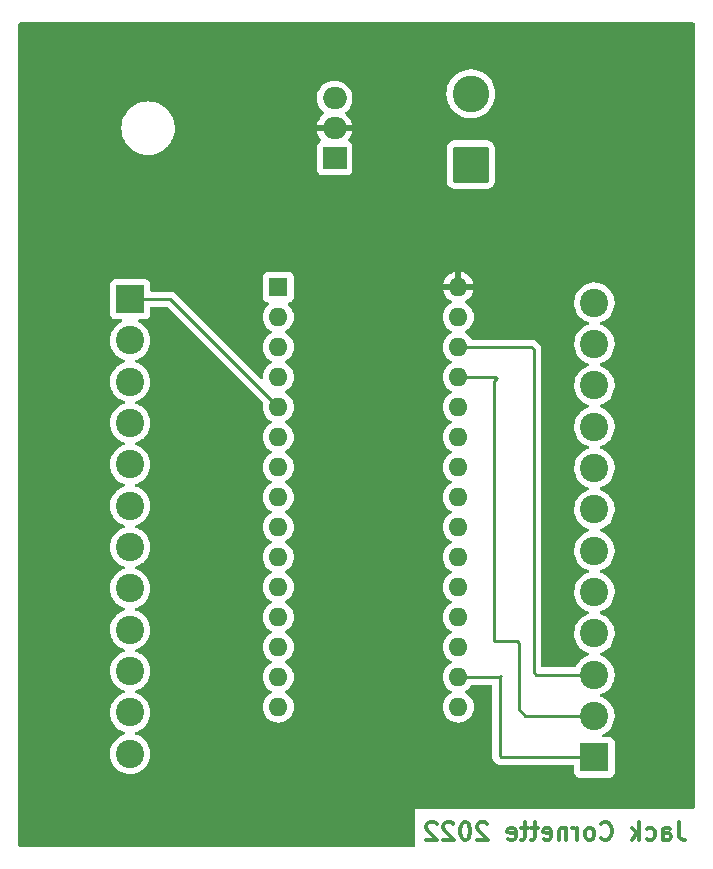
<source format=gbr>
%TF.GenerationSoftware,KiCad,Pcbnew,(6.0.7)*%
%TF.CreationDate,2022-11-28T13:46:24-06:00*%
%TF.ProjectId,Science,53636965-6e63-4652-9e6b-696361645f70,rev?*%
%TF.SameCoordinates,Original*%
%TF.FileFunction,Copper,L2,Bot*%
%TF.FilePolarity,Positive*%
%FSLAX46Y46*%
G04 Gerber Fmt 4.6, Leading zero omitted, Abs format (unit mm)*
G04 Created by KiCad (PCBNEW (6.0.7)) date 2022-11-28 13:46:24*
%MOMM*%
%LPD*%
G01*
G04 APERTURE LIST*
G04 Aperture macros list*
%AMRoundRect*
0 Rectangle with rounded corners*
0 $1 Rounding radius*
0 $2 $3 $4 $5 $6 $7 $8 $9 X,Y pos of 4 corners*
0 Add a 4 corners polygon primitive as box body*
4,1,4,$2,$3,$4,$5,$6,$7,$8,$9,$2,$3,0*
0 Add four circle primitives for the rounded corners*
1,1,$1+$1,$2,$3*
1,1,$1+$1,$4,$5*
1,1,$1+$1,$6,$7*
1,1,$1+$1,$8,$9*
0 Add four rect primitives between the rounded corners*
20,1,$1+$1,$2,$3,$4,$5,0*
20,1,$1+$1,$4,$5,$6,$7,0*
20,1,$1+$1,$6,$7,$8,$9,0*
20,1,$1+$1,$8,$9,$2,$3,0*%
G04 Aperture macros list end*
%ADD10C,0.300000*%
%TA.AperFunction,NonConductor*%
%ADD11C,0.300000*%
%TD*%
%TA.AperFunction,ComponentPad*%
%ADD12R,2.000000X1.905000*%
%TD*%
%TA.AperFunction,ComponentPad*%
%ADD13O,2.000000X1.905000*%
%TD*%
%TA.AperFunction,ComponentPad*%
%ADD14R,2.400000X2.400000*%
%TD*%
%TA.AperFunction,ComponentPad*%
%ADD15C,2.400000*%
%TD*%
%TA.AperFunction,ComponentPad*%
%ADD16R,1.600000X1.600000*%
%TD*%
%TA.AperFunction,ComponentPad*%
%ADD17O,1.600000X1.600000*%
%TD*%
%TA.AperFunction,ComponentPad*%
%ADD18RoundRect,0.249999X1.300001X-1.300001X1.300001X1.300001X-1.300001X1.300001X-1.300001X-1.300001X0*%
%TD*%
%TA.AperFunction,ComponentPad*%
%ADD19C,3.100000*%
%TD*%
%TA.AperFunction,Conductor*%
%ADD20C,0.250000*%
%TD*%
G04 APERTURE END LIST*
D10*
D11*
X158053371Y-124044971D02*
X158053371Y-125116400D01*
X158124800Y-125330685D01*
X158267657Y-125473542D01*
X158481942Y-125544971D01*
X158624800Y-125544971D01*
X156696228Y-125544971D02*
X156696228Y-124759257D01*
X156767657Y-124616400D01*
X156910514Y-124544971D01*
X157196228Y-124544971D01*
X157339085Y-124616400D01*
X156696228Y-125473542D02*
X156839085Y-125544971D01*
X157196228Y-125544971D01*
X157339085Y-125473542D01*
X157410514Y-125330685D01*
X157410514Y-125187828D01*
X157339085Y-125044971D01*
X157196228Y-124973542D01*
X156839085Y-124973542D01*
X156696228Y-124902114D01*
X155339085Y-125473542D02*
X155481942Y-125544971D01*
X155767657Y-125544971D01*
X155910514Y-125473542D01*
X155981942Y-125402114D01*
X156053371Y-125259257D01*
X156053371Y-124830685D01*
X155981942Y-124687828D01*
X155910514Y-124616400D01*
X155767657Y-124544971D01*
X155481942Y-124544971D01*
X155339085Y-124616400D01*
X154696228Y-125544971D02*
X154696228Y-124044971D01*
X154553371Y-124973542D02*
X154124800Y-125544971D01*
X154124800Y-124544971D02*
X154696228Y-125116400D01*
X151481942Y-125402114D02*
X151553371Y-125473542D01*
X151767657Y-125544971D01*
X151910514Y-125544971D01*
X152124800Y-125473542D01*
X152267657Y-125330685D01*
X152339085Y-125187828D01*
X152410514Y-124902114D01*
X152410514Y-124687828D01*
X152339085Y-124402114D01*
X152267657Y-124259257D01*
X152124800Y-124116400D01*
X151910514Y-124044971D01*
X151767657Y-124044971D01*
X151553371Y-124116400D01*
X151481942Y-124187828D01*
X150624800Y-125544971D02*
X150767657Y-125473542D01*
X150839085Y-125402114D01*
X150910514Y-125259257D01*
X150910514Y-124830685D01*
X150839085Y-124687828D01*
X150767657Y-124616400D01*
X150624800Y-124544971D01*
X150410514Y-124544971D01*
X150267657Y-124616400D01*
X150196228Y-124687828D01*
X150124800Y-124830685D01*
X150124800Y-125259257D01*
X150196228Y-125402114D01*
X150267657Y-125473542D01*
X150410514Y-125544971D01*
X150624800Y-125544971D01*
X149481942Y-125544971D02*
X149481942Y-124544971D01*
X149481942Y-124830685D02*
X149410514Y-124687828D01*
X149339085Y-124616400D01*
X149196228Y-124544971D01*
X149053371Y-124544971D01*
X148553371Y-124544971D02*
X148553371Y-125544971D01*
X148553371Y-124687828D02*
X148481942Y-124616400D01*
X148339085Y-124544971D01*
X148124800Y-124544971D01*
X147981942Y-124616400D01*
X147910514Y-124759257D01*
X147910514Y-125544971D01*
X146624800Y-125473542D02*
X146767657Y-125544971D01*
X147053371Y-125544971D01*
X147196228Y-125473542D01*
X147267657Y-125330685D01*
X147267657Y-124759257D01*
X147196228Y-124616400D01*
X147053371Y-124544971D01*
X146767657Y-124544971D01*
X146624800Y-124616400D01*
X146553371Y-124759257D01*
X146553371Y-124902114D01*
X147267657Y-125044971D01*
X146124800Y-124544971D02*
X145553371Y-124544971D01*
X145910514Y-124044971D02*
X145910514Y-125330685D01*
X145839085Y-125473542D01*
X145696228Y-125544971D01*
X145553371Y-125544971D01*
X145267657Y-124544971D02*
X144696228Y-124544971D01*
X145053371Y-124044971D02*
X145053371Y-125330685D01*
X144981942Y-125473542D01*
X144839085Y-125544971D01*
X144696228Y-125544971D01*
X143624800Y-125473542D02*
X143767657Y-125544971D01*
X144053371Y-125544971D01*
X144196228Y-125473542D01*
X144267657Y-125330685D01*
X144267657Y-124759257D01*
X144196228Y-124616400D01*
X144053371Y-124544971D01*
X143767657Y-124544971D01*
X143624800Y-124616400D01*
X143553371Y-124759257D01*
X143553371Y-124902114D01*
X144267657Y-125044971D01*
X141839085Y-124187828D02*
X141767657Y-124116400D01*
X141624800Y-124044971D01*
X141267657Y-124044971D01*
X141124800Y-124116400D01*
X141053371Y-124187828D01*
X140981942Y-124330685D01*
X140981942Y-124473542D01*
X141053371Y-124687828D01*
X141910514Y-125544971D01*
X140981942Y-125544971D01*
X140053371Y-124044971D02*
X139910514Y-124044971D01*
X139767657Y-124116400D01*
X139696228Y-124187828D01*
X139624800Y-124330685D01*
X139553371Y-124616400D01*
X139553371Y-124973542D01*
X139624800Y-125259257D01*
X139696228Y-125402114D01*
X139767657Y-125473542D01*
X139910514Y-125544971D01*
X140053371Y-125544971D01*
X140196228Y-125473542D01*
X140267657Y-125402114D01*
X140339085Y-125259257D01*
X140410514Y-124973542D01*
X140410514Y-124616400D01*
X140339085Y-124330685D01*
X140267657Y-124187828D01*
X140196228Y-124116400D01*
X140053371Y-124044971D01*
X138981942Y-124187828D02*
X138910514Y-124116400D01*
X138767657Y-124044971D01*
X138410514Y-124044971D01*
X138267657Y-124116400D01*
X138196228Y-124187828D01*
X138124800Y-124330685D01*
X138124800Y-124473542D01*
X138196228Y-124687828D01*
X139053371Y-125544971D01*
X138124800Y-125544971D01*
X137553371Y-124187828D02*
X137481942Y-124116400D01*
X137339085Y-124044971D01*
X136981942Y-124044971D01*
X136839085Y-124116400D01*
X136767657Y-124187828D01*
X136696228Y-124330685D01*
X136696228Y-124473542D01*
X136767657Y-124687828D01*
X137624800Y-125544971D01*
X136696228Y-125544971D01*
D12*
%TO.P,U1,1,GND*%
%TO.N,GND*%
X128930400Y-67825600D03*
D13*
%TO.P,U1,2,VO*%
%TO.N,Net-(A1-Pad30)*%
X128930400Y-65285600D03*
%TO.P,U1,3,VI*%
%TO.N,+BATT*%
X128930400Y-62745600D03*
%TD*%
D14*
%TO.P,J1,1,Pin_1*%
%TO.N,Net-(A1-Pad5)*%
X111607600Y-79757600D03*
D15*
%TO.P,J1,2,Pin_2*%
%TO.N,Net-(A1-Pad6)*%
X111607600Y-83257600D03*
%TO.P,J1,3,Pin_3*%
%TO.N,Net-(A1-Pad7)*%
X111607600Y-86757600D03*
%TO.P,J1,4,Pin_4*%
%TO.N,Net-(A1-Pad8)*%
X111607600Y-90257600D03*
%TO.P,J1,5,Pin_5*%
%TO.N,Net-(A1-Pad9)*%
X111607600Y-93757600D03*
%TO.P,J1,6,Pin_6*%
%TO.N,Net-(A1-Pad10)*%
X111607600Y-97257600D03*
%TO.P,J1,7,Pin_7*%
%TO.N,Net-(A1-Pad11)*%
X111607600Y-100757600D03*
%TO.P,J1,8,Pin_8*%
%TO.N,Net-(A1-Pad12)*%
X111607600Y-104257600D03*
%TO.P,J1,9,Pin_9*%
%TO.N,Net-(A1-Pad13)*%
X111607600Y-107757600D03*
%TO.P,J1,10,Pin_10*%
%TO.N,Net-(A1-Pad14)*%
X111607600Y-111257600D03*
%TO.P,J1,11,Pin_11*%
%TO.N,Net-(A1-Pad15)*%
X111607600Y-114757600D03*
%TO.P,J1,12,Pin_12*%
%TO.N,GND*%
X111607600Y-118257600D03*
%TD*%
D16*
%TO.P,A1,1,D1/TX*%
%TO.N,unconnected-(A1-Pad1)*%
X124155200Y-78740000D03*
D17*
%TO.P,A1,2,D0/RX*%
%TO.N,unconnected-(A1-Pad2)*%
X124155200Y-81280000D03*
%TO.P,A1,3,~{RESET}*%
%TO.N,unconnected-(A1-Pad3)*%
X124155200Y-83820000D03*
%TO.P,A1,4,GND*%
%TO.N,GND*%
X124155200Y-86360000D03*
%TO.P,A1,5,D2*%
%TO.N,Net-(A1-Pad5)*%
X124155200Y-88900000D03*
%TO.P,A1,6,D3*%
%TO.N,Net-(A1-Pad6)*%
X124155200Y-91440000D03*
%TO.P,A1,7,D4*%
%TO.N,Net-(A1-Pad7)*%
X124155200Y-93980000D03*
%TO.P,A1,8,D5*%
%TO.N,Net-(A1-Pad8)*%
X124155200Y-96520000D03*
%TO.P,A1,9,D6*%
%TO.N,Net-(A1-Pad9)*%
X124155200Y-99060000D03*
%TO.P,A1,10,D7*%
%TO.N,Net-(A1-Pad10)*%
X124155200Y-101600000D03*
%TO.P,A1,11,D8*%
%TO.N,Net-(A1-Pad11)*%
X124155200Y-104140000D03*
%TO.P,A1,12,D9*%
%TO.N,Net-(A1-Pad12)*%
X124155200Y-106680000D03*
%TO.P,A1,13,D10*%
%TO.N,Net-(A1-Pad13)*%
X124155200Y-109220000D03*
%TO.P,A1,14,D11*%
%TO.N,Net-(A1-Pad14)*%
X124155200Y-111760000D03*
%TO.P,A1,15,D12*%
%TO.N,Net-(A1-Pad15)*%
X124155200Y-114300000D03*
%TO.P,A1,16,D13*%
%TO.N,unconnected-(A1-Pad16)*%
X139395200Y-114300000D03*
%TO.P,A1,17,3V3*%
%TO.N,Net-(A1-Pad17)*%
X139395200Y-111760000D03*
%TO.P,A1,18,AREF*%
%TO.N,unconnected-(A1-Pad18)*%
X139395200Y-109220000D03*
%TO.P,A1,19,A0*%
%TO.N,Net-(A1-Pad19)*%
X139395200Y-106680000D03*
%TO.P,A1,20,A1*%
%TO.N,Net-(A1-Pad20)*%
X139395200Y-104140000D03*
%TO.P,A1,21,A2*%
%TO.N,Net-(A1-Pad21)*%
X139395200Y-101600000D03*
%TO.P,A1,22,A3*%
%TO.N,Net-(A1-Pad22)*%
X139395200Y-99060000D03*
%TO.P,A1,23,A4*%
%TO.N,Net-(A1-Pad23)*%
X139395200Y-96520000D03*
%TO.P,A1,24,A5*%
%TO.N,Net-(A1-Pad24)*%
X139395200Y-93980000D03*
%TO.P,A1,25,A6*%
%TO.N,Net-(A1-Pad25)*%
X139395200Y-91440000D03*
%TO.P,A1,26,A7*%
%TO.N,Net-(A1-Pad26)*%
X139395200Y-88900000D03*
%TO.P,A1,27,+5V*%
%TO.N,Net-(A1-Pad27)*%
X139395200Y-86360000D03*
%TO.P,A1,28,~{RESET}*%
%TO.N,Net-(A1-Pad28)*%
X139395200Y-83820000D03*
%TO.P,A1,29,GND*%
%TO.N,Net-(A1-Pad29)*%
X139395200Y-81280000D03*
%TO.P,A1,30,VIN*%
%TO.N,Net-(A1-Pad30)*%
X139395200Y-78740000D03*
%TD*%
D14*
%TO.P,J2,1,Pin_1*%
%TO.N,Net-(A1-Pad17)*%
X150928400Y-118564000D03*
D15*
%TO.P,J2,2,Pin_2*%
%TO.N,Net-(A1-Pad27)*%
X150928400Y-115064000D03*
%TO.P,J2,3,Pin_3*%
%TO.N,Net-(A1-Pad28)*%
X150928400Y-111564000D03*
%TO.P,J2,4,Pin_4*%
%TO.N,Net-(A1-Pad19)*%
X150928400Y-108064000D03*
%TO.P,J2,5,Pin_5*%
%TO.N,Net-(A1-Pad20)*%
X150928400Y-104564000D03*
%TO.P,J2,6,Pin_6*%
%TO.N,Net-(A1-Pad21)*%
X150928400Y-101064000D03*
%TO.P,J2,7,Pin_7*%
%TO.N,Net-(A1-Pad22)*%
X150928400Y-97564000D03*
%TO.P,J2,8,Pin_8*%
%TO.N,Net-(A1-Pad23)*%
X150928400Y-94064000D03*
%TO.P,J2,9,Pin_9*%
%TO.N,Net-(A1-Pad24)*%
X150928400Y-90564000D03*
%TO.P,J2,10,Pin_10*%
%TO.N,Net-(A1-Pad25)*%
X150928400Y-87064000D03*
%TO.P,J2,11,Pin_11*%
%TO.N,Net-(A1-Pad26)*%
X150928400Y-83564000D03*
%TO.P,J2,12,Pin_12*%
%TO.N,Net-(A1-Pad29)*%
X150928400Y-80064000D03*
%TD*%
D18*
%TO.P,REF\u002A\u002A,1*%
%TO.N,GND*%
X140462000Y-68376800D03*
D19*
%TO.P,REF\u002A\u002A,2*%
%TO.N,+BATT*%
X140462000Y-62376800D03*
%TD*%
D20*
%TO.N,Net-(A1-Pad5)*%
X111607600Y-79757600D02*
X115012800Y-79757600D01*
X115012800Y-79757600D02*
X124155200Y-88900000D01*
%TO.N,Net-(A1-Pad17)*%
X142998800Y-118564000D02*
X142900400Y-118465600D01*
X142900400Y-111760000D02*
X143002000Y-111658400D01*
X142900400Y-111760000D02*
X139395200Y-111760000D01*
X150928400Y-118564000D02*
X142998800Y-118564000D01*
X142900400Y-118465600D02*
X142900400Y-111760000D01*
%TO.N,Net-(A1-Pad27)*%
X144526000Y-108864400D02*
X144373600Y-108712000D01*
X144373600Y-108712000D02*
X142443200Y-108712000D01*
X142646400Y-86461600D02*
X142544800Y-86360000D01*
X150928400Y-115064000D02*
X145086800Y-115064000D01*
X142443200Y-86664800D02*
X142646400Y-86461600D01*
X144526000Y-114503200D02*
X144526000Y-108864400D01*
X142443200Y-108712000D02*
X142443200Y-86664800D01*
X142544800Y-86360000D02*
X139395200Y-86360000D01*
X145086800Y-115064000D02*
X144526000Y-114503200D01*
%TO.N,Net-(A1-Pad28)*%
X146006400Y-111564000D02*
X145796000Y-111353600D01*
X145796000Y-84023200D02*
X145592800Y-83820000D01*
X150928400Y-111564000D02*
X146006400Y-111564000D01*
X145796000Y-111353600D02*
X145796000Y-84023200D01*
X145592800Y-83820000D02*
X139395200Y-83820000D01*
%TO.N,Net-(A1-Pad30)*%
X142392400Y-72440800D02*
X142240000Y-72593200D01*
X131470400Y-65430400D02*
X131615200Y-65285600D01*
X131615200Y-65285600D02*
X128930400Y-65285600D01*
X131622800Y-72593200D02*
X131470400Y-72440800D01*
X142392400Y-78740000D02*
X142392400Y-72440800D01*
X139395200Y-78740000D02*
X142392400Y-78740000D01*
X142240000Y-72593200D02*
X131622800Y-72593200D01*
X131470400Y-72440800D02*
X131470400Y-65430400D01*
%TD*%
%TA.AperFunction,Conductor*%
%TO.N,Net-(A1-Pad30)*%
G36*
X159352021Y-56357702D02*
G01*
X159398514Y-56411358D01*
X159409900Y-56463700D01*
X159409900Y-122799400D01*
X159389898Y-122867521D01*
X159336242Y-122914014D01*
X159283900Y-122925400D01*
X135752015Y-122925400D01*
X135752015Y-126009900D01*
X135732013Y-126078021D01*
X135678357Y-126124514D01*
X135626015Y-126135900D01*
X102285300Y-126135900D01*
X102217179Y-126115898D01*
X102170686Y-126062242D01*
X102159300Y-126009900D01*
X102159300Y-118212751D01*
X109894896Y-118212751D01*
X109907080Y-118466398D01*
X109928304Y-118573097D01*
X109939975Y-118631770D01*
X109956621Y-118715457D01*
X109958200Y-118719855D01*
X109958202Y-118719862D01*
X110025664Y-118907758D01*
X110042431Y-118954458D01*
X110044648Y-118958584D01*
X110157782Y-119169137D01*
X110162625Y-119178151D01*
X110165420Y-119181894D01*
X110165422Y-119181897D01*
X110311771Y-119377882D01*
X110311776Y-119377888D01*
X110314563Y-119381620D01*
X110317872Y-119384900D01*
X110317877Y-119384906D01*
X110416459Y-119482631D01*
X110494907Y-119560397D01*
X110498669Y-119563155D01*
X110498672Y-119563158D01*
X110604364Y-119640654D01*
X110699694Y-119710553D01*
X110703829Y-119712729D01*
X110703833Y-119712731D01*
X110821889Y-119774843D01*
X110924427Y-119828791D01*
X111164168Y-119912512D01*
X111413650Y-119959878D01*
X111534132Y-119964611D01*
X111662725Y-119969664D01*
X111662730Y-119969664D01*
X111667393Y-119969847D01*
X111766374Y-119959007D01*
X111915169Y-119942712D01*
X111915175Y-119942711D01*
X111919822Y-119942202D01*
X112029280Y-119913384D01*
X112160873Y-119878738D01*
X112165393Y-119877548D01*
X112325603Y-119808717D01*
X112394407Y-119779157D01*
X112394410Y-119779155D01*
X112398710Y-119777308D01*
X112402690Y-119774845D01*
X112402694Y-119774843D01*
X112610664Y-119646147D01*
X112610666Y-119646145D01*
X112614647Y-119643682D01*
X112713028Y-119560397D01*
X112804889Y-119482631D01*
X112804891Y-119482629D01*
X112808462Y-119479606D01*
X112975895Y-119288684D01*
X113031511Y-119202220D01*
X113110741Y-119079042D01*
X113113269Y-119075112D01*
X113217567Y-118843580D01*
X113286496Y-118599175D01*
X113318543Y-118347267D01*
X113320891Y-118257600D01*
X113302072Y-118004359D01*
X113285360Y-117930500D01*
X113247059Y-117761239D01*
X113246028Y-117756682D01*
X113153991Y-117520009D01*
X113133466Y-117484098D01*
X113030302Y-117303597D01*
X113030300Y-117303595D01*
X113027983Y-117299540D01*
X112870771Y-117100117D01*
X112685809Y-116926123D01*
X112597742Y-116865029D01*
X112480993Y-116784037D01*
X112480990Y-116784035D01*
X112477161Y-116781379D01*
X112472984Y-116779319D01*
X112472977Y-116779315D01*
X112253596Y-116671128D01*
X112253592Y-116671127D01*
X112249410Y-116669064D01*
X112123501Y-116628760D01*
X112064721Y-116588942D01*
X112036799Y-116523667D01*
X112048600Y-116453658D01*
X112096378Y-116401143D01*
X112129834Y-116386910D01*
X112131529Y-116386464D01*
X112165393Y-116377548D01*
X112378465Y-116286006D01*
X112394407Y-116279157D01*
X112394410Y-116279155D01*
X112398710Y-116277308D01*
X112402690Y-116274845D01*
X112402694Y-116274843D01*
X112610664Y-116146147D01*
X112610666Y-116146145D01*
X112614647Y-116143682D01*
X112667904Y-116098597D01*
X112804889Y-115982631D01*
X112804891Y-115982629D01*
X112808462Y-115979606D01*
X112975895Y-115788684D01*
X112993794Y-115760858D01*
X113110741Y-115579042D01*
X113113269Y-115575112D01*
X113217567Y-115343580D01*
X113286496Y-115099175D01*
X113304615Y-114956749D01*
X113318145Y-114850398D01*
X113318145Y-114850392D01*
X113318543Y-114847267D01*
X113319330Y-114817234D01*
X113320232Y-114782763D01*
X113320891Y-114757600D01*
X113316842Y-114703112D01*
X113302418Y-114509011D01*
X113302417Y-114509007D01*
X113302072Y-114504359D01*
X113288213Y-114443109D01*
X113247059Y-114261239D01*
X113246028Y-114256682D01*
X113219554Y-114188604D01*
X113155684Y-114024362D01*
X113155683Y-114024360D01*
X113153991Y-114020009D01*
X113133466Y-113984098D01*
X113030302Y-113803597D01*
X113030300Y-113803595D01*
X113027983Y-113799540D01*
X112870771Y-113600117D01*
X112787225Y-113521525D01*
X112689210Y-113429322D01*
X112689208Y-113429320D01*
X112685809Y-113426123D01*
X112507701Y-113302565D01*
X112480993Y-113284037D01*
X112480990Y-113284035D01*
X112477161Y-113281379D01*
X112472984Y-113279319D01*
X112472977Y-113279315D01*
X112253596Y-113171128D01*
X112253592Y-113171127D01*
X112249410Y-113169064D01*
X112168264Y-113143089D01*
X112123501Y-113128760D01*
X112064721Y-113088942D01*
X112036799Y-113023667D01*
X112048600Y-112953658D01*
X112096378Y-112901143D01*
X112129834Y-112886910D01*
X112131529Y-112886464D01*
X112165393Y-112877548D01*
X112378465Y-112786006D01*
X112394407Y-112779157D01*
X112394410Y-112779155D01*
X112398710Y-112777308D01*
X112402690Y-112774845D01*
X112402694Y-112774843D01*
X112610664Y-112646147D01*
X112610666Y-112646145D01*
X112614647Y-112643682D01*
X112667904Y-112598597D01*
X112804889Y-112482631D01*
X112804891Y-112482629D01*
X112808462Y-112479606D01*
X112975895Y-112288684D01*
X112993794Y-112260858D01*
X113110741Y-112079042D01*
X113113269Y-112075112D01*
X113217567Y-111843580D01*
X113286496Y-111599175D01*
X113312667Y-111393456D01*
X113318145Y-111350398D01*
X113318145Y-111350392D01*
X113318543Y-111347267D01*
X113320891Y-111257600D01*
X113306297Y-111061216D01*
X113302418Y-111009011D01*
X113302417Y-111009007D01*
X113302072Y-111004359D01*
X113285360Y-110930500D01*
X113247059Y-110761239D01*
X113246028Y-110756682D01*
X113192934Y-110620151D01*
X113155684Y-110524362D01*
X113155683Y-110524360D01*
X113153991Y-110520009D01*
X113151673Y-110515953D01*
X113030302Y-110303597D01*
X113030300Y-110303595D01*
X113027983Y-110299540D01*
X112870771Y-110100117D01*
X112787225Y-110021525D01*
X112689210Y-109929322D01*
X112689208Y-109929320D01*
X112685809Y-109926123D01*
X112507701Y-109802565D01*
X112480993Y-109784037D01*
X112480990Y-109784035D01*
X112477161Y-109781379D01*
X112472984Y-109779319D01*
X112472977Y-109779315D01*
X112253596Y-109671128D01*
X112253592Y-109671127D01*
X112249410Y-109669064D01*
X112168264Y-109643089D01*
X112123501Y-109628760D01*
X112064721Y-109588942D01*
X112036799Y-109523667D01*
X112048600Y-109453658D01*
X112096378Y-109401143D01*
X112129834Y-109386910D01*
X112131529Y-109386464D01*
X112165393Y-109377548D01*
X112378465Y-109286006D01*
X112394407Y-109279157D01*
X112394410Y-109279155D01*
X112398710Y-109277308D01*
X112402690Y-109274845D01*
X112402694Y-109274843D01*
X112610664Y-109146147D01*
X112610666Y-109146145D01*
X112614647Y-109143682D01*
X112618224Y-109140654D01*
X112804889Y-108982631D01*
X112804891Y-108982629D01*
X112808462Y-108979606D01*
X112975895Y-108788684D01*
X112984313Y-108775598D01*
X113110741Y-108579042D01*
X113113269Y-108575112D01*
X113217567Y-108343580D01*
X113286496Y-108099175D01*
X113314033Y-107882722D01*
X113318145Y-107850398D01*
X113318145Y-107850392D01*
X113318543Y-107847267D01*
X113320891Y-107757600D01*
X113306436Y-107563082D01*
X113302418Y-107509011D01*
X113302417Y-107509007D01*
X113302072Y-107504359D01*
X113246028Y-107256682D01*
X113194405Y-107123933D01*
X113155684Y-107024362D01*
X113155683Y-107024360D01*
X113153991Y-107020009D01*
X113133466Y-106984098D01*
X113030302Y-106803597D01*
X113030300Y-106803595D01*
X113027983Y-106799540D01*
X112870771Y-106600117D01*
X112787225Y-106521525D01*
X112689210Y-106429322D01*
X112689208Y-106429320D01*
X112685809Y-106426123D01*
X112507701Y-106302565D01*
X112480993Y-106284037D01*
X112480990Y-106284035D01*
X112477161Y-106281379D01*
X112472984Y-106279319D01*
X112472977Y-106279315D01*
X112253596Y-106171128D01*
X112253592Y-106171127D01*
X112249410Y-106169064D01*
X112168264Y-106143089D01*
X112123501Y-106128760D01*
X112064721Y-106088942D01*
X112036799Y-106023667D01*
X112048600Y-105953658D01*
X112096378Y-105901143D01*
X112129834Y-105886910D01*
X112131529Y-105886464D01*
X112165393Y-105877548D01*
X112378465Y-105786006D01*
X112394407Y-105779157D01*
X112394410Y-105779155D01*
X112398710Y-105777308D01*
X112402690Y-105774845D01*
X112402694Y-105774843D01*
X112610664Y-105646147D01*
X112610666Y-105646145D01*
X112614647Y-105643682D01*
X112667904Y-105598597D01*
X112804889Y-105482631D01*
X112804891Y-105482629D01*
X112808462Y-105479606D01*
X112975895Y-105288684D01*
X112991140Y-105264984D01*
X113110741Y-105079042D01*
X113113269Y-105075112D01*
X113217567Y-104843580D01*
X113286496Y-104599175D01*
X113315218Y-104373402D01*
X113318145Y-104350398D01*
X113318145Y-104350392D01*
X113318543Y-104347267D01*
X113320891Y-104257600D01*
X113306436Y-104063082D01*
X113302418Y-104009011D01*
X113302417Y-104009007D01*
X113302072Y-104004359D01*
X113282394Y-103917393D01*
X113247059Y-103761239D01*
X113246028Y-103756682D01*
X113218454Y-103685775D01*
X113155684Y-103524362D01*
X113155683Y-103524360D01*
X113153991Y-103520009D01*
X113151673Y-103515953D01*
X113030302Y-103303597D01*
X113030300Y-103303595D01*
X113027983Y-103299540D01*
X112870771Y-103100117D01*
X112766976Y-103002477D01*
X112689210Y-102929322D01*
X112689208Y-102929320D01*
X112685809Y-102926123D01*
X112581707Y-102853905D01*
X112480993Y-102784037D01*
X112480990Y-102784035D01*
X112477161Y-102781379D01*
X112472984Y-102779319D01*
X112472977Y-102779315D01*
X112253596Y-102671128D01*
X112253592Y-102671127D01*
X112249410Y-102669064D01*
X112168264Y-102643089D01*
X112123501Y-102628760D01*
X112064721Y-102588942D01*
X112036799Y-102523667D01*
X112048600Y-102453658D01*
X112096378Y-102401143D01*
X112129834Y-102386910D01*
X112131529Y-102386464D01*
X112165393Y-102377548D01*
X112378465Y-102286006D01*
X112394407Y-102279157D01*
X112394410Y-102279155D01*
X112398710Y-102277308D01*
X112402690Y-102274845D01*
X112402694Y-102274843D01*
X112610664Y-102146147D01*
X112610666Y-102146145D01*
X112614647Y-102143682D01*
X112667904Y-102098597D01*
X112804889Y-101982631D01*
X112804891Y-101982629D01*
X112808462Y-101979606D01*
X112975895Y-101788684D01*
X112991140Y-101764984D01*
X113093739Y-101605475D01*
X113113269Y-101575112D01*
X113217567Y-101343580D01*
X113286496Y-101099175D01*
X113318543Y-100847267D01*
X113320891Y-100757600D01*
X113317212Y-100708097D01*
X113302418Y-100509011D01*
X113302417Y-100509007D01*
X113302072Y-100504359D01*
X113293310Y-100465634D01*
X113260162Y-100319143D01*
X113246028Y-100256682D01*
X113223927Y-100199849D01*
X113155684Y-100024362D01*
X113155683Y-100024360D01*
X113153991Y-100020009D01*
X113133466Y-99984098D01*
X113030302Y-99803597D01*
X113030300Y-99803595D01*
X113027983Y-99799540D01*
X112870771Y-99600117D01*
X112768524Y-99503933D01*
X112689210Y-99429322D01*
X112689208Y-99429320D01*
X112685809Y-99426123D01*
X112507701Y-99302565D01*
X112480993Y-99284037D01*
X112480990Y-99284035D01*
X112477161Y-99281379D01*
X112472984Y-99279319D01*
X112472977Y-99279315D01*
X112253596Y-99171128D01*
X112253592Y-99171127D01*
X112249410Y-99169064D01*
X112168264Y-99143089D01*
X112123501Y-99128760D01*
X112064721Y-99088942D01*
X112036799Y-99023667D01*
X112048600Y-98953658D01*
X112096378Y-98901143D01*
X112129834Y-98886910D01*
X112131529Y-98886464D01*
X112165393Y-98877548D01*
X112378465Y-98786006D01*
X112394407Y-98779157D01*
X112394410Y-98779155D01*
X112398710Y-98777308D01*
X112402690Y-98774845D01*
X112402694Y-98774843D01*
X112610664Y-98646147D01*
X112610666Y-98646145D01*
X112614647Y-98643682D01*
X112667904Y-98598597D01*
X112804889Y-98482631D01*
X112804891Y-98482629D01*
X112808462Y-98479606D01*
X112975895Y-98288684D01*
X112991140Y-98264984D01*
X113110741Y-98079042D01*
X113113269Y-98075112D01*
X113217567Y-97843580D01*
X113286496Y-97599175D01*
X113303982Y-97461726D01*
X113318145Y-97350398D01*
X113318145Y-97350392D01*
X113318543Y-97347267D01*
X113320891Y-97257600D01*
X113306436Y-97063082D01*
X113302418Y-97009011D01*
X113302417Y-97009007D01*
X113302072Y-97004359D01*
X113295254Y-96974225D01*
X113247059Y-96761239D01*
X113246028Y-96756682D01*
X113227738Y-96709650D01*
X113155684Y-96524362D01*
X113155683Y-96524360D01*
X113153991Y-96520009D01*
X113133466Y-96484098D01*
X113030302Y-96303597D01*
X113030300Y-96303595D01*
X113027983Y-96299540D01*
X112870771Y-96100117D01*
X112787225Y-96021525D01*
X112689210Y-95929322D01*
X112689208Y-95929320D01*
X112685809Y-95926123D01*
X112507701Y-95802565D01*
X112480993Y-95784037D01*
X112480990Y-95784035D01*
X112477161Y-95781379D01*
X112472984Y-95779319D01*
X112472977Y-95779315D01*
X112253596Y-95671128D01*
X112253592Y-95671127D01*
X112249410Y-95669064D01*
X112168264Y-95643089D01*
X112123501Y-95628760D01*
X112064721Y-95588942D01*
X112036799Y-95523667D01*
X112048600Y-95453658D01*
X112096378Y-95401143D01*
X112129834Y-95386910D01*
X112134680Y-95385634D01*
X112165393Y-95377548D01*
X112301764Y-95318959D01*
X112394407Y-95279157D01*
X112394410Y-95279155D01*
X112398710Y-95277308D01*
X112402690Y-95274845D01*
X112402694Y-95274843D01*
X112610664Y-95146147D01*
X112610666Y-95146145D01*
X112614647Y-95143682D01*
X112642800Y-95119849D01*
X112804889Y-94982631D01*
X112804891Y-94982629D01*
X112808462Y-94979606D01*
X112975895Y-94788684D01*
X112991140Y-94764984D01*
X113110741Y-94579042D01*
X113113269Y-94575112D01*
X113217567Y-94343580D01*
X113286496Y-94099175D01*
X113318543Y-93847267D01*
X113320891Y-93757600D01*
X113306436Y-93563082D01*
X113302418Y-93509011D01*
X113302417Y-93509007D01*
X113302072Y-93504359D01*
X113246028Y-93256682D01*
X113197465Y-93131803D01*
X113155684Y-93024362D01*
X113155683Y-93024360D01*
X113153991Y-93020009D01*
X113133466Y-92984098D01*
X113030302Y-92803597D01*
X113030300Y-92803595D01*
X113027983Y-92799540D01*
X112870771Y-92600117D01*
X112787225Y-92521525D01*
X112689210Y-92429322D01*
X112689208Y-92429320D01*
X112685809Y-92426123D01*
X112507701Y-92302565D01*
X112480993Y-92284037D01*
X112480990Y-92284035D01*
X112477161Y-92281379D01*
X112472984Y-92279319D01*
X112472977Y-92279315D01*
X112253596Y-92171128D01*
X112253592Y-92171127D01*
X112249410Y-92169064D01*
X112168264Y-92143089D01*
X112123501Y-92128760D01*
X112064721Y-92088942D01*
X112036799Y-92023667D01*
X112048600Y-91953658D01*
X112096378Y-91901143D01*
X112129834Y-91886910D01*
X112141141Y-91883933D01*
X112165393Y-91877548D01*
X112378465Y-91786006D01*
X112394407Y-91779157D01*
X112394410Y-91779155D01*
X112398710Y-91777308D01*
X112402690Y-91774845D01*
X112402694Y-91774843D01*
X112610664Y-91646147D01*
X112610666Y-91646145D01*
X112614647Y-91643682D01*
X112667904Y-91598597D01*
X112804889Y-91482631D01*
X112804891Y-91482629D01*
X112808462Y-91479606D01*
X112975895Y-91288684D01*
X112991140Y-91264984D01*
X113110741Y-91079042D01*
X113113269Y-91075112D01*
X113217567Y-90843580D01*
X113286496Y-90599175D01*
X113318543Y-90347267D01*
X113320891Y-90257600D01*
X113317035Y-90205716D01*
X113302418Y-90009011D01*
X113302417Y-90009007D01*
X113302072Y-90004359D01*
X113278979Y-89902301D01*
X113247059Y-89761239D01*
X113246028Y-89756682D01*
X113244335Y-89752328D01*
X113155684Y-89524362D01*
X113155683Y-89524360D01*
X113153991Y-89520009D01*
X113133466Y-89484098D01*
X113030302Y-89303597D01*
X113030300Y-89303595D01*
X113027983Y-89299540D01*
X112870771Y-89100117D01*
X112787225Y-89021525D01*
X112689210Y-88929322D01*
X112689208Y-88929320D01*
X112685809Y-88926123D01*
X112507701Y-88802565D01*
X112480993Y-88784037D01*
X112480990Y-88784035D01*
X112477161Y-88781379D01*
X112472984Y-88779319D01*
X112472977Y-88779315D01*
X112253596Y-88671128D01*
X112253592Y-88671127D01*
X112249410Y-88669064D01*
X112168264Y-88643089D01*
X112123501Y-88628760D01*
X112064721Y-88588942D01*
X112036799Y-88523667D01*
X112048600Y-88453658D01*
X112096378Y-88401143D01*
X112129834Y-88386910D01*
X112131529Y-88386464D01*
X112165393Y-88377548D01*
X112378465Y-88286006D01*
X112394407Y-88279157D01*
X112394410Y-88279155D01*
X112398710Y-88277308D01*
X112402690Y-88274845D01*
X112402694Y-88274843D01*
X112610664Y-88146147D01*
X112610666Y-88146145D01*
X112614647Y-88143682D01*
X112667904Y-88098597D01*
X112804889Y-87982631D01*
X112804891Y-87982629D01*
X112808462Y-87979606D01*
X112975895Y-87788684D01*
X112990722Y-87765634D01*
X113078606Y-87629001D01*
X113113269Y-87575112D01*
X113217567Y-87343580D01*
X113286496Y-87099175D01*
X113307832Y-86931465D01*
X113318145Y-86850398D01*
X113318145Y-86850392D01*
X113318543Y-86847267D01*
X113320891Y-86757600D01*
X113314968Y-86677896D01*
X113302418Y-86509011D01*
X113302417Y-86509007D01*
X113302072Y-86504359D01*
X113300640Y-86498027D01*
X113247059Y-86261239D01*
X113246028Y-86256682D01*
X113231180Y-86218500D01*
X113155684Y-86024362D01*
X113155683Y-86024360D01*
X113153991Y-86020009D01*
X113133466Y-85984098D01*
X113030302Y-85803597D01*
X113030300Y-85803595D01*
X113027983Y-85799540D01*
X112870771Y-85600117D01*
X112776890Y-85511803D01*
X112689210Y-85429322D01*
X112689208Y-85429320D01*
X112685809Y-85426123D01*
X112507701Y-85302565D01*
X112480993Y-85284037D01*
X112480990Y-85284035D01*
X112477161Y-85281379D01*
X112472984Y-85279319D01*
X112472977Y-85279315D01*
X112253596Y-85171128D01*
X112253592Y-85171127D01*
X112249410Y-85169064D01*
X112168264Y-85143089D01*
X112123501Y-85128760D01*
X112064721Y-85088942D01*
X112036799Y-85023667D01*
X112048600Y-84953658D01*
X112096378Y-84901143D01*
X112129834Y-84886910D01*
X112131529Y-84886464D01*
X112165393Y-84877548D01*
X112378465Y-84786006D01*
X112394407Y-84779157D01*
X112394410Y-84779155D01*
X112398710Y-84777308D01*
X112402690Y-84774845D01*
X112402694Y-84774843D01*
X112610664Y-84646147D01*
X112610666Y-84646145D01*
X112614647Y-84643682D01*
X112667904Y-84598597D01*
X112804889Y-84482631D01*
X112804891Y-84482629D01*
X112808462Y-84479606D01*
X112975895Y-84288684D01*
X112985196Y-84274225D01*
X113110741Y-84079042D01*
X113113269Y-84075112D01*
X113217567Y-83843580D01*
X113286496Y-83599175D01*
X113309099Y-83421502D01*
X113318145Y-83350398D01*
X113318145Y-83350392D01*
X113318543Y-83347267D01*
X113318793Y-83337745D01*
X113320556Y-83270386D01*
X113320891Y-83257600D01*
X113316534Y-83198973D01*
X113302418Y-83009011D01*
X113302417Y-83009007D01*
X113302072Y-83004359D01*
X113294706Y-82971803D01*
X113247059Y-82761239D01*
X113246028Y-82756682D01*
X113191817Y-82617278D01*
X113155684Y-82524362D01*
X113155683Y-82524360D01*
X113153991Y-82520009D01*
X113131719Y-82481041D01*
X113030302Y-82303597D01*
X113030300Y-82303595D01*
X113027983Y-82299540D01*
X112870771Y-82100117D01*
X112787225Y-82021525D01*
X112689210Y-81929322D01*
X112689208Y-81929320D01*
X112685809Y-81926123D01*
X112507701Y-81802565D01*
X112480993Y-81784037D01*
X112480990Y-81784035D01*
X112477161Y-81781379D01*
X112472976Y-81779315D01*
X112322496Y-81705106D01*
X112270247Y-81657037D01*
X112252281Y-81588352D01*
X112274300Y-81520856D01*
X112329316Y-81475980D01*
X112378225Y-81466100D01*
X112855734Y-81466100D01*
X112917916Y-81459345D01*
X113054305Y-81408215D01*
X113170861Y-81320861D01*
X113258215Y-81204305D01*
X113309345Y-81067916D01*
X113316100Y-81005734D01*
X113316100Y-80517100D01*
X113336102Y-80448979D01*
X113389758Y-80402486D01*
X113442100Y-80391100D01*
X114698206Y-80391100D01*
X114766327Y-80411102D01*
X114787301Y-80428005D01*
X122846048Y-88486752D01*
X122880074Y-88549064D01*
X122878659Y-88608459D01*
X122863082Y-88666591D01*
X122863081Y-88666598D01*
X122861657Y-88671913D01*
X122841702Y-88900000D01*
X122861657Y-89128087D01*
X122920916Y-89349243D01*
X122923239Y-89354224D01*
X122923239Y-89354225D01*
X123015351Y-89551762D01*
X123015354Y-89551767D01*
X123017677Y-89556749D01*
X123029115Y-89573084D01*
X123130937Y-89718500D01*
X123149002Y-89744300D01*
X123310900Y-89906198D01*
X123315408Y-89909355D01*
X123315411Y-89909357D01*
X123393589Y-89964098D01*
X123498451Y-90037523D01*
X123503433Y-90039846D01*
X123503438Y-90039849D01*
X123537657Y-90055805D01*
X123590942Y-90102722D01*
X123610403Y-90170999D01*
X123589861Y-90238959D01*
X123537657Y-90284195D01*
X123503438Y-90300151D01*
X123503433Y-90300154D01*
X123498451Y-90302477D01*
X123430013Y-90350398D01*
X123315411Y-90430643D01*
X123315408Y-90430645D01*
X123310900Y-90433802D01*
X123149002Y-90595700D01*
X123145845Y-90600208D01*
X123145843Y-90600211D01*
X123091102Y-90678389D01*
X123017677Y-90783251D01*
X123015354Y-90788233D01*
X123015351Y-90788238D01*
X122958539Y-90910073D01*
X122920916Y-90990757D01*
X122919494Y-90996065D01*
X122919493Y-90996067D01*
X122869700Y-91181897D01*
X122861657Y-91211913D01*
X122841702Y-91440000D01*
X122861657Y-91668087D01*
X122863081Y-91673400D01*
X122863081Y-91673402D01*
X122917288Y-91875702D01*
X122920916Y-91889243D01*
X122923239Y-91894224D01*
X122923239Y-91894225D01*
X123015351Y-92091762D01*
X123015354Y-92091767D01*
X123017677Y-92096749D01*
X123045675Y-92136734D01*
X123133167Y-92261685D01*
X123149002Y-92284300D01*
X123310900Y-92446198D01*
X123315408Y-92449355D01*
X123315411Y-92449357D01*
X123350664Y-92474041D01*
X123498451Y-92577523D01*
X123503433Y-92579846D01*
X123503438Y-92579849D01*
X123537657Y-92595805D01*
X123590942Y-92642722D01*
X123610403Y-92710999D01*
X123589861Y-92778959D01*
X123537657Y-92824195D01*
X123503438Y-92840151D01*
X123503433Y-92840154D01*
X123498451Y-92842477D01*
X123453649Y-92873848D01*
X123315411Y-92970643D01*
X123315408Y-92970645D01*
X123310900Y-92973802D01*
X123149002Y-93135700D01*
X123145845Y-93140208D01*
X123145843Y-93140211D01*
X123094200Y-93213965D01*
X123017677Y-93323251D01*
X123015354Y-93328233D01*
X123015351Y-93328238D01*
X122931056Y-93509011D01*
X122920916Y-93530757D01*
X122919494Y-93536065D01*
X122919493Y-93536067D01*
X122870899Y-93717422D01*
X122861657Y-93751913D01*
X122841702Y-93980000D01*
X122861657Y-94208087D01*
X122863081Y-94213400D01*
X122863081Y-94213402D01*
X122897963Y-94343580D01*
X122920916Y-94429243D01*
X122923239Y-94434224D01*
X122923239Y-94434225D01*
X123015351Y-94631762D01*
X123015354Y-94631767D01*
X123017677Y-94636749D01*
X123149002Y-94824300D01*
X123310900Y-94986198D01*
X123315408Y-94989355D01*
X123315411Y-94989357D01*
X123393589Y-95044098D01*
X123498451Y-95117523D01*
X123503433Y-95119846D01*
X123503438Y-95119849D01*
X123537657Y-95135805D01*
X123590942Y-95182722D01*
X123610403Y-95250999D01*
X123589861Y-95318959D01*
X123537657Y-95364195D01*
X123503438Y-95380151D01*
X123503433Y-95380154D01*
X123498451Y-95382477D01*
X123455557Y-95412512D01*
X123315411Y-95510643D01*
X123315408Y-95510645D01*
X123310900Y-95513802D01*
X123149002Y-95675700D01*
X123145845Y-95680208D01*
X123145843Y-95680211D01*
X123097955Y-95748602D01*
X123017677Y-95863251D01*
X123015354Y-95868233D01*
X123015351Y-95868238D01*
X122964389Y-95977528D01*
X122920916Y-96070757D01*
X122919494Y-96076065D01*
X122919493Y-96076067D01*
X122876713Y-96235722D01*
X122861657Y-96291913D01*
X122841702Y-96520000D01*
X122861657Y-96748087D01*
X122863081Y-96753400D01*
X122863081Y-96753402D01*
X122881557Y-96822353D01*
X122920916Y-96969243D01*
X122923239Y-96974224D01*
X122923239Y-96974225D01*
X123015351Y-97171762D01*
X123015354Y-97171767D01*
X123017677Y-97176749D01*
X123042886Y-97212751D01*
X123139268Y-97350398D01*
X123149002Y-97364300D01*
X123310900Y-97526198D01*
X123315408Y-97529355D01*
X123315411Y-97529357D01*
X123393589Y-97584098D01*
X123498451Y-97657523D01*
X123503433Y-97659846D01*
X123503438Y-97659849D01*
X123537657Y-97675805D01*
X123590942Y-97722722D01*
X123610403Y-97790999D01*
X123589861Y-97858959D01*
X123537657Y-97904195D01*
X123503438Y-97920151D01*
X123503433Y-97920154D01*
X123498451Y-97922477D01*
X123452778Y-97954458D01*
X123315411Y-98050643D01*
X123315408Y-98050645D01*
X123310900Y-98053802D01*
X123149002Y-98215700D01*
X123017677Y-98403251D01*
X123015354Y-98408233D01*
X123015351Y-98408238D01*
X122930056Y-98591156D01*
X122920916Y-98610757D01*
X122919494Y-98616065D01*
X122919493Y-98616067D01*
X122893592Y-98712731D01*
X122861657Y-98831913D01*
X122841702Y-99060000D01*
X122861657Y-99288087D01*
X122863081Y-99293400D01*
X122863081Y-99293402D01*
X122911484Y-99474041D01*
X122920916Y-99509243D01*
X122923239Y-99514224D01*
X122923239Y-99514225D01*
X123015351Y-99711762D01*
X123015354Y-99711767D01*
X123017677Y-99716749D01*
X123030962Y-99735722D01*
X123125497Y-99870731D01*
X123149002Y-99904300D01*
X123310900Y-100066198D01*
X123315408Y-100069355D01*
X123315411Y-100069357D01*
X123320734Y-100073084D01*
X123498451Y-100197523D01*
X123503433Y-100199846D01*
X123503438Y-100199849D01*
X123537657Y-100215805D01*
X123590942Y-100262722D01*
X123610403Y-100330999D01*
X123589861Y-100398959D01*
X123537657Y-100444195D01*
X123503438Y-100460151D01*
X123503433Y-100460154D01*
X123498451Y-100462477D01*
X123431994Y-100509011D01*
X123315411Y-100590643D01*
X123315408Y-100590645D01*
X123310900Y-100593802D01*
X123149002Y-100755700D01*
X123145845Y-100760208D01*
X123145843Y-100760211D01*
X123138185Y-100771148D01*
X123017677Y-100943251D01*
X123015354Y-100948233D01*
X123015351Y-100948238D01*
X122947128Y-101094544D01*
X122920916Y-101150757D01*
X122919494Y-101156065D01*
X122919493Y-101156067D01*
X122870457Y-101339070D01*
X122861657Y-101371913D01*
X122841702Y-101600000D01*
X122861657Y-101828087D01*
X122863081Y-101833400D01*
X122863081Y-101833402D01*
X122875000Y-101877882D01*
X122920916Y-102049243D01*
X122923239Y-102054224D01*
X122923239Y-102054225D01*
X123015351Y-102251762D01*
X123015354Y-102251767D01*
X123017677Y-102256749D01*
X123069202Y-102330334D01*
X123139116Y-102430181D01*
X123149002Y-102444300D01*
X123310900Y-102606198D01*
X123315408Y-102609355D01*
X123315411Y-102609357D01*
X123349193Y-102633011D01*
X123498451Y-102737523D01*
X123503433Y-102739846D01*
X123503438Y-102739849D01*
X123537657Y-102755805D01*
X123590942Y-102802722D01*
X123610403Y-102870999D01*
X123589861Y-102938959D01*
X123537657Y-102984195D01*
X123503438Y-103000151D01*
X123503433Y-103000154D01*
X123498451Y-103002477D01*
X123411209Y-103063565D01*
X123315411Y-103130643D01*
X123315408Y-103130645D01*
X123310900Y-103133802D01*
X123149002Y-103295700D01*
X123017677Y-103483251D01*
X123015354Y-103488233D01*
X123015351Y-103488238D01*
X122923239Y-103685775D01*
X122920916Y-103690757D01*
X122919494Y-103696065D01*
X122919493Y-103696067D01*
X122863081Y-103906598D01*
X122861657Y-103911913D01*
X122841702Y-104140000D01*
X122861657Y-104368087D01*
X122863081Y-104373400D01*
X122863081Y-104373402D01*
X122888000Y-104466398D01*
X122920916Y-104589243D01*
X122923239Y-104594224D01*
X122923239Y-104594225D01*
X123015351Y-104791762D01*
X123015354Y-104791767D01*
X123017677Y-104796749D01*
X123149002Y-104984300D01*
X123310900Y-105146198D01*
X123315408Y-105149355D01*
X123315411Y-105149357D01*
X123356533Y-105178151D01*
X123498451Y-105277523D01*
X123503433Y-105279846D01*
X123503438Y-105279849D01*
X123537657Y-105295805D01*
X123590942Y-105342722D01*
X123610403Y-105410999D01*
X123589861Y-105478959D01*
X123537657Y-105524195D01*
X123503438Y-105540151D01*
X123503433Y-105540154D01*
X123498451Y-105542477D01*
X123423321Y-105595084D01*
X123315411Y-105670643D01*
X123315408Y-105670645D01*
X123310900Y-105673802D01*
X123149002Y-105835700D01*
X123145845Y-105840208D01*
X123145843Y-105840211D01*
X123091102Y-105918389D01*
X123017677Y-106023251D01*
X123015354Y-106028233D01*
X123015351Y-106028238D01*
X122948721Y-106171128D01*
X122920916Y-106230757D01*
X122919494Y-106236065D01*
X122919493Y-106236067D01*
X122876815Y-106395342D01*
X122861657Y-106451913D01*
X122841702Y-106680000D01*
X122861657Y-106908087D01*
X122863081Y-106913400D01*
X122863081Y-106913402D01*
X122891647Y-107020009D01*
X122920916Y-107129243D01*
X122923239Y-107134224D01*
X122923239Y-107134225D01*
X123015351Y-107331762D01*
X123015354Y-107331767D01*
X123017677Y-107336749D01*
X123020834Y-107341257D01*
X123104042Y-107460090D01*
X123149002Y-107524300D01*
X123310900Y-107686198D01*
X123315408Y-107689355D01*
X123315411Y-107689357D01*
X123355492Y-107717422D01*
X123498451Y-107817523D01*
X123503433Y-107819846D01*
X123503438Y-107819849D01*
X123537657Y-107835805D01*
X123590942Y-107882722D01*
X123610403Y-107950999D01*
X123589861Y-108018959D01*
X123537657Y-108064195D01*
X123503438Y-108080151D01*
X123503433Y-108080154D01*
X123498451Y-108082477D01*
X123412777Y-108142467D01*
X123315411Y-108210643D01*
X123315408Y-108210645D01*
X123310900Y-108213802D01*
X123149002Y-108375700D01*
X123145845Y-108380208D01*
X123145843Y-108380211D01*
X123114115Y-108425524D01*
X123017677Y-108563251D01*
X123015354Y-108568233D01*
X123015351Y-108568238D01*
X122927899Y-108755781D01*
X122920916Y-108770757D01*
X122919494Y-108776065D01*
X122919493Y-108776067D01*
X122863081Y-108986598D01*
X122861657Y-108991913D01*
X122841702Y-109220000D01*
X122861657Y-109448087D01*
X122863081Y-109453400D01*
X122863081Y-109453402D01*
X122917038Y-109654769D01*
X122920916Y-109669243D01*
X122923239Y-109674224D01*
X122923239Y-109674225D01*
X123015351Y-109871762D01*
X123015354Y-109871767D01*
X123017677Y-109876749D01*
X123149002Y-110064300D01*
X123310900Y-110226198D01*
X123315408Y-110229355D01*
X123315411Y-110229357D01*
X123368720Y-110266684D01*
X123498451Y-110357523D01*
X123503433Y-110359846D01*
X123503438Y-110359849D01*
X123537657Y-110375805D01*
X123590942Y-110422722D01*
X123610403Y-110490999D01*
X123589861Y-110558959D01*
X123537657Y-110604195D01*
X123503438Y-110620151D01*
X123503433Y-110620154D01*
X123498451Y-110622477D01*
X123393589Y-110695902D01*
X123315411Y-110750643D01*
X123315408Y-110750645D01*
X123310900Y-110753802D01*
X123149002Y-110915700D01*
X123017677Y-111103251D01*
X123015354Y-111108233D01*
X123015351Y-111108238D01*
X122958161Y-111230884D01*
X122920916Y-111310757D01*
X122861657Y-111531913D01*
X122841702Y-111760000D01*
X122861657Y-111988087D01*
X122863081Y-111993400D01*
X122863081Y-111993402D01*
X122914179Y-112184099D01*
X122920916Y-112209243D01*
X122923239Y-112214224D01*
X122923239Y-112214225D01*
X123015351Y-112411762D01*
X123015354Y-112411767D01*
X123017677Y-112416749D01*
X123052974Y-112467158D01*
X123145009Y-112598597D01*
X123149002Y-112604300D01*
X123310900Y-112766198D01*
X123315408Y-112769355D01*
X123315411Y-112769357D01*
X123393589Y-112824098D01*
X123498451Y-112897523D01*
X123503433Y-112899846D01*
X123503438Y-112899849D01*
X123537657Y-112915805D01*
X123590942Y-112962722D01*
X123610403Y-113030999D01*
X123589861Y-113098959D01*
X123537657Y-113144195D01*
X123503438Y-113160151D01*
X123503433Y-113160154D01*
X123498451Y-113162477D01*
X123417854Y-113218912D01*
X123315411Y-113290643D01*
X123315408Y-113290645D01*
X123310900Y-113293802D01*
X123149002Y-113455700D01*
X123145845Y-113460208D01*
X123145843Y-113460211D01*
X123136159Y-113474041D01*
X123017677Y-113643251D01*
X123015354Y-113648233D01*
X123015351Y-113648238D01*
X122942907Y-113803597D01*
X122920916Y-113850757D01*
X122919494Y-113856065D01*
X122919493Y-113856067D01*
X122863081Y-114066598D01*
X122861657Y-114071913D01*
X122841702Y-114300000D01*
X122861657Y-114528087D01*
X122863081Y-114533400D01*
X122863081Y-114533402D01*
X122912390Y-114717422D01*
X122920916Y-114749243D01*
X122923239Y-114754224D01*
X122923239Y-114754225D01*
X123015351Y-114951762D01*
X123015354Y-114951767D01*
X123017677Y-114956749D01*
X123090570Y-115060851D01*
X123120555Y-115103673D01*
X123149002Y-115144300D01*
X123310900Y-115306198D01*
X123315408Y-115309355D01*
X123315411Y-115309357D01*
X123357846Y-115339070D01*
X123498451Y-115437523D01*
X123503433Y-115439846D01*
X123503438Y-115439849D01*
X123676178Y-115520398D01*
X123705957Y-115534284D01*
X123711265Y-115535706D01*
X123711267Y-115535707D01*
X123921798Y-115592119D01*
X123921800Y-115592119D01*
X123927113Y-115593543D01*
X124155200Y-115613498D01*
X124383287Y-115593543D01*
X124388600Y-115592119D01*
X124388602Y-115592119D01*
X124599133Y-115535707D01*
X124599135Y-115535706D01*
X124604443Y-115534284D01*
X124634222Y-115520398D01*
X124806962Y-115439849D01*
X124806967Y-115439846D01*
X124811949Y-115437523D01*
X124952554Y-115339070D01*
X124994989Y-115309357D01*
X124994992Y-115309355D01*
X124999500Y-115306198D01*
X125161398Y-115144300D01*
X125189846Y-115103673D01*
X125219830Y-115060851D01*
X125292723Y-114956749D01*
X125295046Y-114951767D01*
X125295049Y-114951762D01*
X125387161Y-114754225D01*
X125387161Y-114754224D01*
X125389484Y-114749243D01*
X125398011Y-114717422D01*
X125447319Y-114533402D01*
X125447319Y-114533400D01*
X125448743Y-114528087D01*
X125468698Y-114300000D01*
X138081702Y-114300000D01*
X138101657Y-114528087D01*
X138103081Y-114533400D01*
X138103081Y-114533402D01*
X138152390Y-114717422D01*
X138160916Y-114749243D01*
X138163239Y-114754224D01*
X138163239Y-114754225D01*
X138255351Y-114951762D01*
X138255354Y-114951767D01*
X138257677Y-114956749D01*
X138330570Y-115060851D01*
X138360555Y-115103673D01*
X138389002Y-115144300D01*
X138550900Y-115306198D01*
X138555408Y-115309355D01*
X138555411Y-115309357D01*
X138597846Y-115339070D01*
X138738451Y-115437523D01*
X138743433Y-115439846D01*
X138743438Y-115439849D01*
X138916178Y-115520398D01*
X138945957Y-115534284D01*
X138951265Y-115535706D01*
X138951267Y-115535707D01*
X139161798Y-115592119D01*
X139161800Y-115592119D01*
X139167113Y-115593543D01*
X139395200Y-115613498D01*
X139623287Y-115593543D01*
X139628600Y-115592119D01*
X139628602Y-115592119D01*
X139839133Y-115535707D01*
X139839135Y-115535706D01*
X139844443Y-115534284D01*
X139874222Y-115520398D01*
X140046962Y-115439849D01*
X140046967Y-115439846D01*
X140051949Y-115437523D01*
X140192554Y-115339070D01*
X140234989Y-115309357D01*
X140234992Y-115309355D01*
X140239500Y-115306198D01*
X140401398Y-115144300D01*
X140429846Y-115103673D01*
X140459830Y-115060851D01*
X140532723Y-114956749D01*
X140535046Y-114951767D01*
X140535049Y-114951762D01*
X140627161Y-114754225D01*
X140627161Y-114754224D01*
X140629484Y-114749243D01*
X140638011Y-114717422D01*
X140687319Y-114533402D01*
X140687319Y-114533400D01*
X140688743Y-114528087D01*
X140708698Y-114300000D01*
X140688743Y-114071913D01*
X140687319Y-114066598D01*
X140630907Y-113856067D01*
X140630906Y-113856065D01*
X140629484Y-113850757D01*
X140607493Y-113803597D01*
X140535049Y-113648238D01*
X140535046Y-113648233D01*
X140532723Y-113643251D01*
X140414241Y-113474041D01*
X140404557Y-113460211D01*
X140404555Y-113460208D01*
X140401398Y-113455700D01*
X140239500Y-113293802D01*
X140234992Y-113290645D01*
X140234989Y-113290643D01*
X140132546Y-113218912D01*
X140051949Y-113162477D01*
X140046967Y-113160154D01*
X140046962Y-113160151D01*
X140012743Y-113144195D01*
X139959458Y-113097278D01*
X139939997Y-113029001D01*
X139960539Y-112961041D01*
X140012743Y-112915805D01*
X140046962Y-112899849D01*
X140046967Y-112899846D01*
X140051949Y-112897523D01*
X140156811Y-112824098D01*
X140234989Y-112769357D01*
X140234992Y-112769355D01*
X140239500Y-112766198D01*
X140401398Y-112604300D01*
X140404557Y-112599789D01*
X140511381Y-112447229D01*
X140566838Y-112402901D01*
X140614594Y-112393500D01*
X142140900Y-112393500D01*
X142209021Y-112413502D01*
X142255514Y-112467158D01*
X142266900Y-112519500D01*
X142266900Y-118386833D01*
X142266373Y-118398016D01*
X142264698Y-118405509D01*
X142264947Y-118413435D01*
X142264947Y-118413436D01*
X142266838Y-118473586D01*
X142266900Y-118477545D01*
X142266900Y-118505456D01*
X142267397Y-118509390D01*
X142267397Y-118509391D01*
X142267405Y-118509456D01*
X142268338Y-118521293D01*
X142269727Y-118565489D01*
X142275378Y-118584939D01*
X142279387Y-118604300D01*
X142281926Y-118624397D01*
X142284845Y-118631768D01*
X142284845Y-118631770D01*
X142298204Y-118665512D01*
X142302049Y-118676742D01*
X142314382Y-118719193D01*
X142318415Y-118726012D01*
X142318417Y-118726017D01*
X142324693Y-118736628D01*
X142333388Y-118754376D01*
X142340848Y-118773217D01*
X142345510Y-118779633D01*
X142345510Y-118779634D01*
X142366836Y-118808987D01*
X142373352Y-118818907D01*
X142390468Y-118847848D01*
X142395858Y-118856962D01*
X142410179Y-118871283D01*
X142423019Y-118886316D01*
X142434928Y-118902707D01*
X142441034Y-118907758D01*
X142469005Y-118930898D01*
X142477784Y-118938888D01*
X142495143Y-118956247D01*
X142502687Y-118964537D01*
X142506800Y-118971018D01*
X142512577Y-118976443D01*
X142556467Y-119017658D01*
X142559309Y-119020413D01*
X142579031Y-119040135D01*
X142582155Y-119042558D01*
X142582159Y-119042562D01*
X142582224Y-119042612D01*
X142591245Y-119050317D01*
X142623479Y-119080586D01*
X142630427Y-119084405D01*
X142630429Y-119084407D01*
X142641232Y-119090346D01*
X142657759Y-119101202D01*
X142667498Y-119108757D01*
X142667500Y-119108758D01*
X142673760Y-119113614D01*
X142714340Y-119131174D01*
X142724988Y-119136391D01*
X142763740Y-119157695D01*
X142771416Y-119159666D01*
X142771419Y-119159667D01*
X142783362Y-119162733D01*
X142802066Y-119169137D01*
X142813376Y-119174031D01*
X142820655Y-119177181D01*
X142828478Y-119178420D01*
X142828488Y-119178423D01*
X142864324Y-119184099D01*
X142875944Y-119186505D01*
X142911089Y-119195528D01*
X142918770Y-119197500D01*
X142939024Y-119197500D01*
X142958734Y-119199051D01*
X142978743Y-119202220D01*
X142986635Y-119201474D01*
X143022761Y-119198059D01*
X143034619Y-119197500D01*
X149093900Y-119197500D01*
X149162021Y-119217502D01*
X149208514Y-119271158D01*
X149219900Y-119323500D01*
X149219900Y-119812134D01*
X149226655Y-119874316D01*
X149277785Y-120010705D01*
X149365139Y-120127261D01*
X149481695Y-120214615D01*
X149618084Y-120265745D01*
X149680266Y-120272500D01*
X152176534Y-120272500D01*
X152238716Y-120265745D01*
X152375105Y-120214615D01*
X152491661Y-120127261D01*
X152579015Y-120010705D01*
X152630145Y-119874316D01*
X152636900Y-119812134D01*
X152636900Y-117315866D01*
X152630145Y-117253684D01*
X152579015Y-117117295D01*
X152491661Y-117000739D01*
X152375105Y-116913385D01*
X152238716Y-116862255D01*
X152176534Y-116855500D01*
X151699364Y-116855500D01*
X151631243Y-116835498D01*
X151584750Y-116781842D01*
X151574646Y-116711568D01*
X151604140Y-116646988D01*
X151649625Y-116613733D01*
X151719510Y-116583708D01*
X151723490Y-116581245D01*
X151723494Y-116581243D01*
X151931464Y-116452547D01*
X151931466Y-116452545D01*
X151935447Y-116450082D01*
X151993256Y-116401143D01*
X152125689Y-116289031D01*
X152125691Y-116289029D01*
X152129262Y-116286006D01*
X152296695Y-116095084D01*
X152317231Y-116063158D01*
X152431541Y-115885442D01*
X152434069Y-115881512D01*
X152538367Y-115649980D01*
X152607296Y-115405575D01*
X152639343Y-115153667D01*
X152639487Y-115148197D01*
X152641608Y-115067160D01*
X152641691Y-115064000D01*
X152632499Y-114940307D01*
X152623218Y-114815411D01*
X152623217Y-114815407D01*
X152622872Y-114810759D01*
X152621218Y-114803446D01*
X152567859Y-114567639D01*
X152566828Y-114563082D01*
X152560571Y-114546991D01*
X152476484Y-114330762D01*
X152476483Y-114330760D01*
X152474791Y-114326409D01*
X152454266Y-114290498D01*
X152351102Y-114109997D01*
X152351100Y-114109995D01*
X152348783Y-114105940D01*
X152191571Y-113906517D01*
X152073951Y-113795872D01*
X152010010Y-113735722D01*
X152010008Y-113735720D01*
X152006609Y-113732523D01*
X151962883Y-113702189D01*
X151801793Y-113590437D01*
X151801790Y-113590435D01*
X151797961Y-113587779D01*
X151793784Y-113585719D01*
X151793777Y-113585715D01*
X151574396Y-113477528D01*
X151574392Y-113477527D01*
X151570210Y-113475464D01*
X151444301Y-113435160D01*
X151385521Y-113395342D01*
X151357599Y-113330067D01*
X151369400Y-113260058D01*
X151417178Y-113207543D01*
X151450634Y-113193310D01*
X151452329Y-113192864D01*
X151486193Y-113183948D01*
X151641818Y-113117087D01*
X151715207Y-113085557D01*
X151715210Y-113085555D01*
X151719510Y-113083708D01*
X151723490Y-113081245D01*
X151723494Y-113081243D01*
X151931464Y-112952547D01*
X151931466Y-112952545D01*
X151935447Y-112950082D01*
X151994785Y-112899849D01*
X152125689Y-112789031D01*
X152125691Y-112789029D01*
X152129262Y-112786006D01*
X152296695Y-112595084D01*
X152317231Y-112563158D01*
X152413492Y-112413502D01*
X152434069Y-112381512D01*
X152538367Y-112149980D01*
X152542200Y-112136391D01*
X152559482Y-112075112D01*
X152607296Y-111905575D01*
X152633221Y-111701792D01*
X152638945Y-111656798D01*
X152638945Y-111656792D01*
X152639343Y-111653667D01*
X152641691Y-111564000D01*
X152633479Y-111453489D01*
X152623218Y-111315411D01*
X152623217Y-111315407D01*
X152622872Y-111310759D01*
X152621745Y-111305775D01*
X152567859Y-111067639D01*
X152566828Y-111063082D01*
X152564029Y-111055884D01*
X152476484Y-110830762D01*
X152476483Y-110830760D01*
X152474791Y-110826409D01*
X152454266Y-110790498D01*
X152351102Y-110609997D01*
X152351100Y-110609995D01*
X152348783Y-110605940D01*
X152191571Y-110406517D01*
X152073951Y-110295872D01*
X152010010Y-110235722D01*
X152010008Y-110235720D01*
X152006609Y-110232523D01*
X151821034Y-110103785D01*
X151801793Y-110090437D01*
X151801790Y-110090435D01*
X151797961Y-110087779D01*
X151793784Y-110085719D01*
X151793777Y-110085715D01*
X151574396Y-109977528D01*
X151574392Y-109977527D01*
X151570210Y-109975464D01*
X151444301Y-109935160D01*
X151385521Y-109895342D01*
X151357599Y-109830067D01*
X151369400Y-109760058D01*
X151417178Y-109707543D01*
X151450634Y-109693310D01*
X151452329Y-109692864D01*
X151486193Y-109683948D01*
X151641818Y-109617087D01*
X151715207Y-109585557D01*
X151715210Y-109585555D01*
X151719510Y-109583708D01*
X151723490Y-109581245D01*
X151723494Y-109581243D01*
X151931464Y-109452547D01*
X151931466Y-109452545D01*
X151935447Y-109450082D01*
X151993256Y-109401143D01*
X152125689Y-109289031D01*
X152125691Y-109289029D01*
X152129262Y-109286006D01*
X152296695Y-109095084D01*
X152313957Y-109068248D01*
X152431541Y-108885442D01*
X152434069Y-108881512D01*
X152538367Y-108649980D01*
X152607296Y-108405575D01*
X152628886Y-108235865D01*
X152638945Y-108156798D01*
X152638945Y-108156792D01*
X152639343Y-108153667D01*
X152639637Y-108142467D01*
X152641608Y-108067160D01*
X152641691Y-108064000D01*
X152633294Y-107950999D01*
X152623218Y-107815411D01*
X152623217Y-107815407D01*
X152622872Y-107810759D01*
X152611559Y-107760760D01*
X152567859Y-107567639D01*
X152566828Y-107563082D01*
X152474791Y-107326409D01*
X152454266Y-107290498D01*
X152351102Y-107109997D01*
X152351100Y-107109995D01*
X152348783Y-107105940D01*
X152191571Y-106906517D01*
X152073951Y-106795872D01*
X152010010Y-106735722D01*
X152010008Y-106735720D01*
X152006609Y-106732523D01*
X151962883Y-106702189D01*
X151801793Y-106590437D01*
X151801790Y-106590435D01*
X151797961Y-106587779D01*
X151793784Y-106585719D01*
X151793777Y-106585715D01*
X151574396Y-106477528D01*
X151574392Y-106477527D01*
X151570210Y-106475464D01*
X151444301Y-106435160D01*
X151385521Y-106395342D01*
X151357599Y-106330067D01*
X151369400Y-106260058D01*
X151417178Y-106207543D01*
X151450634Y-106193310D01*
X151452329Y-106192864D01*
X151486193Y-106183948D01*
X151641818Y-106117087D01*
X151715207Y-106085557D01*
X151715210Y-106085555D01*
X151719510Y-106083708D01*
X151723490Y-106081245D01*
X151723494Y-106081243D01*
X151931464Y-105952547D01*
X151931466Y-105952545D01*
X151935447Y-105950082D01*
X151993256Y-105901143D01*
X152125689Y-105789031D01*
X152125691Y-105789029D01*
X152129262Y-105786006D01*
X152296695Y-105595084D01*
X152317231Y-105563158D01*
X152431541Y-105385442D01*
X152434069Y-105381512D01*
X152538367Y-105149980D01*
X152607296Y-104905575D01*
X152639343Y-104653667D01*
X152641691Y-104564000D01*
X152625585Y-104347267D01*
X152623218Y-104315411D01*
X152623217Y-104315407D01*
X152622872Y-104310759D01*
X152611559Y-104260760D01*
X152567859Y-104067639D01*
X152566828Y-104063082D01*
X152474791Y-103826409D01*
X152454266Y-103790498D01*
X152351102Y-103609997D01*
X152351100Y-103609995D01*
X152348783Y-103605940D01*
X152191571Y-103406517D01*
X152073951Y-103295872D01*
X152010010Y-103235722D01*
X152010008Y-103235720D01*
X152006609Y-103232523D01*
X151864303Y-103133802D01*
X151801793Y-103090437D01*
X151801790Y-103090435D01*
X151797961Y-103087779D01*
X151793784Y-103085719D01*
X151793777Y-103085715D01*
X151574396Y-102977528D01*
X151574392Y-102977527D01*
X151570210Y-102975464D01*
X151456169Y-102938959D01*
X151444301Y-102935160D01*
X151385521Y-102895342D01*
X151357599Y-102830067D01*
X151369400Y-102760058D01*
X151417178Y-102707543D01*
X151450634Y-102693310D01*
X151452329Y-102692864D01*
X151486193Y-102683948D01*
X151667163Y-102606198D01*
X151715207Y-102585557D01*
X151715210Y-102585555D01*
X151719510Y-102583708D01*
X151723490Y-102581245D01*
X151723494Y-102581243D01*
X151931464Y-102452547D01*
X151931466Y-102452545D01*
X151935447Y-102450082D01*
X151993256Y-102401143D01*
X152125689Y-102289031D01*
X152125691Y-102289029D01*
X152129262Y-102286006D01*
X152296695Y-102095084D01*
X152317231Y-102063158D01*
X152431541Y-101885442D01*
X152434069Y-101881512D01*
X152538367Y-101649980D01*
X152607296Y-101405575D01*
X152639343Y-101153667D01*
X152641691Y-101064000D01*
X152634091Y-100961726D01*
X152623218Y-100815411D01*
X152623217Y-100815407D01*
X152622872Y-100810759D01*
X152611559Y-100760760D01*
X152567859Y-100567639D01*
X152566828Y-100563082D01*
X152527705Y-100462477D01*
X152476484Y-100330762D01*
X152476483Y-100330760D01*
X152474791Y-100326409D01*
X152454266Y-100290498D01*
X152351102Y-100109997D01*
X152351100Y-100109995D01*
X152348783Y-100105940D01*
X152191571Y-99906517D01*
X152073951Y-99795872D01*
X152010010Y-99735722D01*
X152010008Y-99735720D01*
X152006609Y-99732523D01*
X151821034Y-99603785D01*
X151801793Y-99590437D01*
X151801790Y-99590435D01*
X151797961Y-99587779D01*
X151793784Y-99585719D01*
X151793777Y-99585715D01*
X151574396Y-99477528D01*
X151574392Y-99477527D01*
X151570210Y-99475464D01*
X151444301Y-99435160D01*
X151385521Y-99395342D01*
X151357599Y-99330067D01*
X151369400Y-99260058D01*
X151417178Y-99207543D01*
X151450634Y-99193310D01*
X151452329Y-99192864D01*
X151486193Y-99183948D01*
X151641818Y-99117087D01*
X151715207Y-99085557D01*
X151715210Y-99085555D01*
X151719510Y-99083708D01*
X151723490Y-99081245D01*
X151723494Y-99081243D01*
X151931464Y-98952547D01*
X151931466Y-98952545D01*
X151935447Y-98950082D01*
X151993256Y-98901143D01*
X152125689Y-98789031D01*
X152125691Y-98789029D01*
X152129262Y-98786006D01*
X152296695Y-98595084D01*
X152317231Y-98563158D01*
X152431541Y-98385442D01*
X152434069Y-98381512D01*
X152538367Y-98149980D01*
X152607296Y-97905575D01*
X152638557Y-97659849D01*
X152638945Y-97656798D01*
X152638945Y-97656792D01*
X152639343Y-97653667D01*
X152641691Y-97564000D01*
X152634091Y-97461726D01*
X152623218Y-97315411D01*
X152623217Y-97315407D01*
X152622872Y-97310759D01*
X152611559Y-97260760D01*
X152567859Y-97067639D01*
X152566828Y-97063082D01*
X152542221Y-96999805D01*
X152476484Y-96830762D01*
X152476483Y-96830760D01*
X152474791Y-96826409D01*
X152454266Y-96790498D01*
X152351102Y-96609997D01*
X152351100Y-96609995D01*
X152348783Y-96605940D01*
X152191571Y-96406517D01*
X152064093Y-96286598D01*
X152010010Y-96235722D01*
X152010008Y-96235720D01*
X152006609Y-96232523D01*
X151821034Y-96103785D01*
X151801793Y-96090437D01*
X151801790Y-96090435D01*
X151797961Y-96087779D01*
X151793784Y-96085719D01*
X151793777Y-96085715D01*
X151574396Y-95977528D01*
X151574392Y-95977527D01*
X151570210Y-95975464D01*
X151444301Y-95935160D01*
X151385521Y-95895342D01*
X151357599Y-95830067D01*
X151369400Y-95760058D01*
X151417178Y-95707543D01*
X151450634Y-95693310D01*
X151452329Y-95692864D01*
X151486193Y-95683948D01*
X151641818Y-95617087D01*
X151715207Y-95585557D01*
X151715210Y-95585555D01*
X151719510Y-95583708D01*
X151723490Y-95581245D01*
X151723494Y-95581243D01*
X151931464Y-95452547D01*
X151931466Y-95452545D01*
X151935447Y-95450082D01*
X151993256Y-95401143D01*
X152125689Y-95289031D01*
X152125691Y-95289029D01*
X152129262Y-95286006D01*
X152296695Y-95095084D01*
X152317231Y-95063158D01*
X152431541Y-94885442D01*
X152434069Y-94881512D01*
X152538367Y-94649980D01*
X152607296Y-94405575D01*
X152639343Y-94153667D01*
X152641691Y-94064000D01*
X152625585Y-93847267D01*
X152623218Y-93815411D01*
X152623217Y-93815407D01*
X152622872Y-93810759D01*
X152611559Y-93760760D01*
X152567859Y-93567639D01*
X152566828Y-93563082D01*
X152565135Y-93558728D01*
X152476484Y-93330762D01*
X152476483Y-93330760D01*
X152474791Y-93326409D01*
X152454266Y-93290498D01*
X152351102Y-93109997D01*
X152351100Y-93109995D01*
X152348783Y-93105940D01*
X152191571Y-92906517D01*
X152054185Y-92777278D01*
X152010010Y-92735722D01*
X152010008Y-92735720D01*
X152006609Y-92732523D01*
X151821034Y-92603785D01*
X151801793Y-92590437D01*
X151801790Y-92590435D01*
X151797961Y-92587779D01*
X151793784Y-92585719D01*
X151793777Y-92585715D01*
X151574396Y-92477528D01*
X151574392Y-92477527D01*
X151570210Y-92475464D01*
X151444301Y-92435160D01*
X151385521Y-92395342D01*
X151357599Y-92330067D01*
X151369400Y-92260058D01*
X151417178Y-92207543D01*
X151450634Y-92193310D01*
X151452329Y-92192864D01*
X151486193Y-92183948D01*
X151641818Y-92117087D01*
X151715207Y-92085557D01*
X151715210Y-92085555D01*
X151719510Y-92083708D01*
X151723490Y-92081245D01*
X151723494Y-92081243D01*
X151931464Y-91952547D01*
X151931466Y-91952545D01*
X151935447Y-91950082D01*
X152007313Y-91889243D01*
X152125689Y-91789031D01*
X152125691Y-91789029D01*
X152129262Y-91786006D01*
X152296695Y-91595084D01*
X152317231Y-91563158D01*
X152431541Y-91385442D01*
X152434069Y-91381512D01*
X152538367Y-91149980D01*
X152607296Y-90905575D01*
X152639343Y-90653667D01*
X152641691Y-90564000D01*
X152625585Y-90347267D01*
X152623218Y-90315411D01*
X152623217Y-90315407D01*
X152622872Y-90310759D01*
X152621713Y-90305634D01*
X152567859Y-90067639D01*
X152566828Y-90063082D01*
X152474791Y-89826409D01*
X152454266Y-89790498D01*
X152351102Y-89609997D01*
X152351100Y-89609995D01*
X152348783Y-89605940D01*
X152191571Y-89406517D01*
X152073951Y-89295872D01*
X152010010Y-89235722D01*
X152010008Y-89235720D01*
X152006609Y-89232523D01*
X151962883Y-89202189D01*
X151801793Y-89090437D01*
X151801790Y-89090435D01*
X151797961Y-89087779D01*
X151793784Y-89085719D01*
X151793777Y-89085715D01*
X151574396Y-88977528D01*
X151574392Y-88977527D01*
X151570210Y-88975464D01*
X151444301Y-88935160D01*
X151385521Y-88895342D01*
X151357599Y-88830067D01*
X151369400Y-88760058D01*
X151417178Y-88707543D01*
X151450634Y-88693310D01*
X151452329Y-88692864D01*
X151486193Y-88683948D01*
X151661900Y-88608459D01*
X151715207Y-88585557D01*
X151715210Y-88585555D01*
X151719510Y-88583708D01*
X151723490Y-88581245D01*
X151723494Y-88581243D01*
X151931464Y-88452547D01*
X151931466Y-88452545D01*
X151935447Y-88450082D01*
X151993256Y-88401143D01*
X152125689Y-88289031D01*
X152125691Y-88289029D01*
X152129262Y-88286006D01*
X152296695Y-88095084D01*
X152317231Y-88063158D01*
X152431541Y-87885442D01*
X152434069Y-87881512D01*
X152538367Y-87649980D01*
X152607296Y-87405575D01*
X152632902Y-87204300D01*
X152638945Y-87156798D01*
X152638945Y-87156792D01*
X152639343Y-87153667D01*
X152641691Y-87064000D01*
X152631842Y-86931465D01*
X152623218Y-86815411D01*
X152623217Y-86815407D01*
X152622872Y-86810759D01*
X152621328Y-86803933D01*
X152567859Y-86567639D01*
X152566828Y-86563082D01*
X152547826Y-86514218D01*
X152476484Y-86330762D01*
X152476483Y-86330760D01*
X152474791Y-86326409D01*
X152454266Y-86290498D01*
X152351102Y-86109997D01*
X152351100Y-86109995D01*
X152348783Y-86105940D01*
X152191571Y-85906517D01*
X152046577Y-85770121D01*
X152010010Y-85735722D01*
X152010008Y-85735720D01*
X152006609Y-85732523D01*
X151821034Y-85603785D01*
X151801793Y-85590437D01*
X151801790Y-85590435D01*
X151797961Y-85587779D01*
X151793784Y-85585719D01*
X151793777Y-85585715D01*
X151574396Y-85477528D01*
X151574392Y-85477527D01*
X151570210Y-85475464D01*
X151444301Y-85435160D01*
X151385521Y-85395342D01*
X151357599Y-85330067D01*
X151369400Y-85260058D01*
X151417178Y-85207543D01*
X151450634Y-85193310D01*
X151452329Y-85192864D01*
X151486193Y-85183948D01*
X151641818Y-85117087D01*
X151715207Y-85085557D01*
X151715210Y-85085555D01*
X151719510Y-85083708D01*
X151723490Y-85081245D01*
X151723494Y-85081243D01*
X151931464Y-84952547D01*
X151931466Y-84952545D01*
X151935447Y-84950082D01*
X151993256Y-84901143D01*
X152125689Y-84789031D01*
X152125691Y-84789029D01*
X152129262Y-84786006D01*
X152296695Y-84595084D01*
X152317231Y-84563158D01*
X152431541Y-84385442D01*
X152434069Y-84381512D01*
X152538367Y-84149980D01*
X152607296Y-83905575D01*
X152623604Y-83777386D01*
X152638945Y-83656798D01*
X152638945Y-83656792D01*
X152639343Y-83653667D01*
X152640062Y-83626231D01*
X152640891Y-83594544D01*
X152641691Y-83564000D01*
X152630913Y-83418968D01*
X152623218Y-83315411D01*
X152623217Y-83315407D01*
X152622872Y-83310759D01*
X152620346Y-83299593D01*
X152567859Y-83067639D01*
X152566828Y-83063082D01*
X152474791Y-82826409D01*
X152454266Y-82790498D01*
X152351102Y-82609997D01*
X152351100Y-82609995D01*
X152348783Y-82605940D01*
X152191571Y-82406517D01*
X152067026Y-82289357D01*
X152010010Y-82235722D01*
X152010008Y-82235720D01*
X152006609Y-82232523D01*
X151962883Y-82202189D01*
X151801793Y-82090437D01*
X151801790Y-82090435D01*
X151797961Y-82087779D01*
X151793784Y-82085719D01*
X151793777Y-82085715D01*
X151574396Y-81977528D01*
X151574392Y-81977527D01*
X151570210Y-81975464D01*
X151444301Y-81935160D01*
X151385521Y-81895342D01*
X151357599Y-81830067D01*
X151369400Y-81760058D01*
X151417178Y-81707543D01*
X151450634Y-81693310D01*
X151452329Y-81692864D01*
X151486193Y-81683948D01*
X151658239Y-81610032D01*
X151715207Y-81585557D01*
X151715210Y-81585555D01*
X151719510Y-81583708D01*
X151723490Y-81581245D01*
X151723494Y-81581243D01*
X151931464Y-81452547D01*
X151931466Y-81452545D01*
X151935447Y-81450082D01*
X151981179Y-81411367D01*
X152125689Y-81289031D01*
X152125691Y-81289029D01*
X152129262Y-81286006D01*
X152296695Y-81095084D01*
X152319224Y-81060060D01*
X152431541Y-80885442D01*
X152434069Y-80881512D01*
X152538367Y-80649980D01*
X152607296Y-80405575D01*
X152639343Y-80153667D01*
X152639554Y-80145634D01*
X152641221Y-80081951D01*
X152641691Y-80064000D01*
X152640124Y-80042916D01*
X152623218Y-79815411D01*
X152623217Y-79815407D01*
X152622872Y-79810759D01*
X152619056Y-79793891D01*
X152572438Y-79587875D01*
X152566828Y-79563082D01*
X152486519Y-79356568D01*
X152476484Y-79330762D01*
X152476483Y-79330760D01*
X152474791Y-79326409D01*
X152454266Y-79290498D01*
X152351102Y-79109997D01*
X152351100Y-79109995D01*
X152348783Y-79105940D01*
X152191571Y-78906517D01*
X152006609Y-78732523D01*
X151962883Y-78702189D01*
X151801793Y-78590437D01*
X151801790Y-78590435D01*
X151797961Y-78587779D01*
X151793784Y-78585719D01*
X151793777Y-78585715D01*
X151574396Y-78477528D01*
X151574392Y-78477527D01*
X151570210Y-78475464D01*
X151328360Y-78398047D01*
X151323755Y-78397297D01*
X151082335Y-78357980D01*
X151082334Y-78357980D01*
X151077723Y-78357229D01*
X150950764Y-78355567D01*
X150828483Y-78353966D01*
X150828480Y-78353966D01*
X150823806Y-78353905D01*
X150572187Y-78388149D01*
X150328393Y-78459208D01*
X150324140Y-78461168D01*
X150324139Y-78461169D01*
X150297439Y-78473478D01*
X150097780Y-78565522D01*
X150093871Y-78568085D01*
X149889328Y-78702189D01*
X149889323Y-78702193D01*
X149885415Y-78704755D01*
X149695962Y-78873848D01*
X149533583Y-79069087D01*
X149401847Y-79286182D01*
X149400038Y-79290496D01*
X149400037Y-79290498D01*
X149372332Y-79356568D01*
X149303646Y-79520365D01*
X149302495Y-79524897D01*
X149302494Y-79524900D01*
X149286435Y-79588134D01*
X149241138Y-79766490D01*
X149215696Y-80019151D01*
X149215920Y-80023817D01*
X149215920Y-80023822D01*
X149220729Y-80123919D01*
X149227880Y-80272798D01*
X149228793Y-80277386D01*
X149276475Y-80517100D01*
X149277421Y-80521857D01*
X149279000Y-80526255D01*
X149279002Y-80526262D01*
X149323422Y-80649980D01*
X149363231Y-80760858D01*
X149483425Y-80984551D01*
X149486220Y-80988294D01*
X149486222Y-80988297D01*
X149632571Y-81184282D01*
X149632576Y-81184288D01*
X149635363Y-81188020D01*
X149638672Y-81191300D01*
X149638677Y-81191306D01*
X149812390Y-81363509D01*
X149815707Y-81366797D01*
X149819469Y-81369555D01*
X149819472Y-81369558D01*
X150008402Y-81508087D01*
X150020494Y-81516953D01*
X150024629Y-81519129D01*
X150024633Y-81519131D01*
X150142689Y-81581243D01*
X150245227Y-81635191D01*
X150417181Y-81695240D01*
X150474897Y-81736581D01*
X150501101Y-81802565D01*
X150487472Y-81872241D01*
X150438336Y-81923487D01*
X150410898Y-81935160D01*
X150392085Y-81940644D01*
X150328393Y-81959208D01*
X150097780Y-82065522D01*
X150093871Y-82068085D01*
X149889328Y-82202189D01*
X149889323Y-82202193D01*
X149885415Y-82204755D01*
X149695962Y-82373848D01*
X149533583Y-82569087D01*
X149401847Y-82786182D01*
X149400038Y-82790496D01*
X149400037Y-82790498D01*
X149310358Y-83004359D01*
X149303646Y-83020365D01*
X149241138Y-83266490D01*
X149215696Y-83519151D01*
X149215920Y-83523817D01*
X149215920Y-83523822D01*
X149219454Y-83597393D01*
X149227880Y-83772798D01*
X149247665Y-83872263D01*
X149276100Y-84015214D01*
X149277421Y-84021857D01*
X149279000Y-84026255D01*
X149279002Y-84026262D01*
X149323422Y-84149980D01*
X149363231Y-84260858D01*
X149365448Y-84264984D01*
X149478878Y-84476088D01*
X149483425Y-84484551D01*
X149486220Y-84488294D01*
X149486222Y-84488297D01*
X149632571Y-84684282D01*
X149632576Y-84684288D01*
X149635363Y-84688020D01*
X149638672Y-84691300D01*
X149638677Y-84691306D01*
X149777368Y-84828791D01*
X149815707Y-84866797D01*
X149819469Y-84869555D01*
X149819472Y-84869558D01*
X149964375Y-84975805D01*
X150020494Y-85016953D01*
X150024629Y-85019129D01*
X150024633Y-85019131D01*
X150142689Y-85081243D01*
X150245227Y-85135191D01*
X150417181Y-85195240D01*
X150474897Y-85236581D01*
X150501101Y-85302565D01*
X150487472Y-85372241D01*
X150438336Y-85423487D01*
X150410897Y-85435160D01*
X150328393Y-85459208D01*
X150097780Y-85565522D01*
X150093871Y-85568085D01*
X149889328Y-85702189D01*
X149889323Y-85702193D01*
X149885415Y-85704755D01*
X149792590Y-85787604D01*
X149734342Y-85839593D01*
X149695962Y-85873848D01*
X149533583Y-86069087D01*
X149401847Y-86286182D01*
X149400038Y-86290496D01*
X149400037Y-86290498D01*
X149306224Y-86514218D01*
X149303646Y-86520365D01*
X149241138Y-86766490D01*
X149215696Y-87019151D01*
X149215920Y-87023817D01*
X149215920Y-87023822D01*
X149219540Y-87099175D01*
X149227880Y-87272798D01*
X149247087Y-87369357D01*
X149272581Y-87497523D01*
X149277421Y-87521857D01*
X149279000Y-87526255D01*
X149279002Y-87526262D01*
X149332057Y-87674031D01*
X149363231Y-87760858D01*
X149365448Y-87764984D01*
X149478878Y-87976088D01*
X149483425Y-87984551D01*
X149486220Y-87988294D01*
X149486222Y-87988297D01*
X149632571Y-88184282D01*
X149632576Y-88184288D01*
X149635363Y-88188020D01*
X149638672Y-88191300D01*
X149638677Y-88191306D01*
X149777368Y-88328791D01*
X149815707Y-88366797D01*
X149819469Y-88369555D01*
X149819472Y-88369558D01*
X149979305Y-88486752D01*
X150020494Y-88516953D01*
X150024629Y-88519129D01*
X150024633Y-88519131D01*
X150142689Y-88581243D01*
X150245227Y-88635191D01*
X150417181Y-88695240D01*
X150474897Y-88736581D01*
X150501101Y-88802565D01*
X150487472Y-88872241D01*
X150438336Y-88923487D01*
X150410897Y-88935160D01*
X150328393Y-88959208D01*
X150097780Y-89065522D01*
X150093871Y-89068085D01*
X149889328Y-89202189D01*
X149889323Y-89202193D01*
X149885415Y-89204755D01*
X149820508Y-89262687D01*
X149723530Y-89349243D01*
X149695962Y-89373848D01*
X149533583Y-89569087D01*
X149401847Y-89786182D01*
X149400038Y-89790496D01*
X149400037Y-89790498D01*
X149310358Y-90004359D01*
X149303646Y-90020365D01*
X149302495Y-90024897D01*
X149302494Y-90024900D01*
X149294645Y-90055805D01*
X149241138Y-90266490D01*
X149215696Y-90519151D01*
X149215920Y-90523817D01*
X149215920Y-90523822D01*
X149219373Y-90595700D01*
X149227880Y-90772798D01*
X149277421Y-91021857D01*
X149279000Y-91026255D01*
X149279002Y-91026262D01*
X149323422Y-91149980D01*
X149363231Y-91260858D01*
X149365448Y-91264984D01*
X149478878Y-91476088D01*
X149483425Y-91484551D01*
X149486220Y-91488294D01*
X149486222Y-91488297D01*
X149632571Y-91684282D01*
X149632576Y-91684288D01*
X149635363Y-91688020D01*
X149638672Y-91691300D01*
X149638677Y-91691306D01*
X149777368Y-91828791D01*
X149815707Y-91866797D01*
X149819469Y-91869555D01*
X149819472Y-91869558D01*
X149992143Y-91996165D01*
X150020494Y-92016953D01*
X150024629Y-92019129D01*
X150024633Y-92019131D01*
X150142689Y-92081243D01*
X150245227Y-92135191D01*
X150417181Y-92195240D01*
X150474897Y-92236581D01*
X150501101Y-92302565D01*
X150487472Y-92372241D01*
X150438336Y-92423487D01*
X150410897Y-92435160D01*
X150328393Y-92459208D01*
X150097780Y-92565522D01*
X150075928Y-92579849D01*
X149889328Y-92702189D01*
X149889323Y-92702193D01*
X149885415Y-92704755D01*
X149820508Y-92762687D01*
X149751594Y-92824195D01*
X149695962Y-92873848D01*
X149533583Y-93069087D01*
X149401847Y-93286182D01*
X149400038Y-93290496D01*
X149400037Y-93290498D01*
X149310358Y-93504359D01*
X149303646Y-93520365D01*
X149241138Y-93766490D01*
X149215696Y-94019151D01*
X149215920Y-94023817D01*
X149215920Y-94023822D01*
X149219540Y-94099175D01*
X149227880Y-94272798D01*
X149277421Y-94521857D01*
X149279000Y-94526255D01*
X149279002Y-94526262D01*
X149323422Y-94649980D01*
X149363231Y-94760858D01*
X149365448Y-94764984D01*
X149478878Y-94976088D01*
X149483425Y-94984551D01*
X149486220Y-94988294D01*
X149486222Y-94988297D01*
X149632571Y-95184282D01*
X149632576Y-95184288D01*
X149635363Y-95188020D01*
X149638672Y-95191300D01*
X149638677Y-95191306D01*
X149777368Y-95328791D01*
X149815707Y-95366797D01*
X149819469Y-95369555D01*
X149819472Y-95369558D01*
X149992143Y-95496165D01*
X150020494Y-95516953D01*
X150024629Y-95519129D01*
X150024633Y-95519131D01*
X150142689Y-95581243D01*
X150245227Y-95635191D01*
X150417181Y-95695240D01*
X150474897Y-95736581D01*
X150501101Y-95802565D01*
X150487472Y-95872241D01*
X150438336Y-95923487D01*
X150410897Y-95935160D01*
X150328393Y-95959208D01*
X150097780Y-96065522D01*
X150089353Y-96071047D01*
X149889328Y-96202189D01*
X149889323Y-96202193D01*
X149885415Y-96204755D01*
X149695962Y-96373848D01*
X149533583Y-96569087D01*
X149401847Y-96786182D01*
X149400038Y-96790496D01*
X149400037Y-96790498D01*
X149310358Y-97004359D01*
X149303646Y-97020365D01*
X149241138Y-97266490D01*
X149215696Y-97519151D01*
X149215920Y-97523817D01*
X149215920Y-97523822D01*
X149219540Y-97599175D01*
X149227880Y-97772798D01*
X149277421Y-98021857D01*
X149279000Y-98026255D01*
X149279002Y-98026262D01*
X149323422Y-98149980D01*
X149363231Y-98260858D01*
X149365448Y-98264984D01*
X149478878Y-98476088D01*
X149483425Y-98484551D01*
X149486220Y-98488294D01*
X149486222Y-98488297D01*
X149632571Y-98684282D01*
X149632576Y-98684288D01*
X149635363Y-98688020D01*
X149638672Y-98691300D01*
X149638677Y-98691306D01*
X149777368Y-98828791D01*
X149815707Y-98866797D01*
X149819469Y-98869555D01*
X149819472Y-98869558D01*
X149992143Y-98996165D01*
X150020494Y-99016953D01*
X150024629Y-99019129D01*
X150024633Y-99019131D01*
X150142689Y-99081243D01*
X150245227Y-99135191D01*
X150417181Y-99195240D01*
X150474897Y-99236581D01*
X150501101Y-99302565D01*
X150487472Y-99372241D01*
X150438336Y-99423487D01*
X150410897Y-99435160D01*
X150328393Y-99459208D01*
X150097780Y-99565522D01*
X150093871Y-99568085D01*
X149889328Y-99702189D01*
X149889323Y-99702193D01*
X149885415Y-99704755D01*
X149695962Y-99873848D01*
X149533583Y-100069087D01*
X149401847Y-100286182D01*
X149400038Y-100290496D01*
X149400037Y-100290498D01*
X149310358Y-100504359D01*
X149303646Y-100520365D01*
X149302495Y-100524897D01*
X149302494Y-100524900D01*
X149271417Y-100647267D01*
X149241138Y-100766490D01*
X149215696Y-101019151D01*
X149215920Y-101023817D01*
X149215920Y-101023822D01*
X149219540Y-101099175D01*
X149227880Y-101272798D01*
X149277421Y-101521857D01*
X149279000Y-101526255D01*
X149279002Y-101526262D01*
X149323422Y-101649980D01*
X149363231Y-101760858D01*
X149365448Y-101764984D01*
X149478878Y-101976088D01*
X149483425Y-101984551D01*
X149486220Y-101988294D01*
X149486222Y-101988297D01*
X149632571Y-102184282D01*
X149632576Y-102184288D01*
X149635363Y-102188020D01*
X149638672Y-102191300D01*
X149638677Y-102191306D01*
X149777368Y-102328791D01*
X149815707Y-102366797D01*
X149819469Y-102369555D01*
X149819472Y-102369558D01*
X149992143Y-102496165D01*
X150020494Y-102516953D01*
X150024629Y-102519129D01*
X150024633Y-102519131D01*
X150142689Y-102581243D01*
X150245227Y-102635191D01*
X150417181Y-102695240D01*
X150474897Y-102736581D01*
X150501101Y-102802565D01*
X150487472Y-102872241D01*
X150438336Y-102923487D01*
X150410898Y-102935160D01*
X150392085Y-102940644D01*
X150328393Y-102959208D01*
X150097780Y-103065522D01*
X150093871Y-103068085D01*
X149889328Y-103202189D01*
X149889323Y-103202193D01*
X149885415Y-103204755D01*
X149695962Y-103373848D01*
X149533583Y-103569087D01*
X149401847Y-103786182D01*
X149400038Y-103790496D01*
X149400037Y-103790498D01*
X149310358Y-104004359D01*
X149303646Y-104020365D01*
X149241138Y-104266490D01*
X149215696Y-104519151D01*
X149215920Y-104523817D01*
X149215920Y-104523822D01*
X149219540Y-104599175D01*
X149227880Y-104772798D01*
X149252650Y-104897327D01*
X149270726Y-104988197D01*
X149277421Y-105021857D01*
X149279000Y-105026255D01*
X149279002Y-105026262D01*
X149322064Y-105146198D01*
X149363231Y-105260858D01*
X149365448Y-105264984D01*
X149478878Y-105476088D01*
X149483425Y-105484551D01*
X149486220Y-105488294D01*
X149486222Y-105488297D01*
X149632571Y-105684282D01*
X149632576Y-105684288D01*
X149635363Y-105688020D01*
X149638672Y-105691300D01*
X149638677Y-105691306D01*
X149777368Y-105828791D01*
X149815707Y-105866797D01*
X149819469Y-105869555D01*
X149819472Y-105869558D01*
X149992143Y-105996165D01*
X150020494Y-106016953D01*
X150024629Y-106019129D01*
X150024633Y-106019131D01*
X150142689Y-106081243D01*
X150245227Y-106135191D01*
X150417181Y-106195240D01*
X150474897Y-106236581D01*
X150501101Y-106302565D01*
X150487472Y-106372241D01*
X150438336Y-106423487D01*
X150410897Y-106435160D01*
X150328393Y-106459208D01*
X150097780Y-106565522D01*
X150093871Y-106568085D01*
X149889328Y-106702189D01*
X149889323Y-106702193D01*
X149885415Y-106704755D01*
X149695962Y-106873848D01*
X149533583Y-107069087D01*
X149401847Y-107286182D01*
X149400038Y-107290496D01*
X149400037Y-107290498D01*
X149310358Y-107504359D01*
X149303646Y-107520365D01*
X149241138Y-107766490D01*
X149215696Y-108019151D01*
X149215920Y-108023817D01*
X149215920Y-108023822D01*
X149219463Y-108097577D01*
X149227880Y-108272798D01*
X149277421Y-108521857D01*
X149279000Y-108526255D01*
X149279002Y-108526262D01*
X149358578Y-108747897D01*
X149363231Y-108760858D01*
X149371151Y-108775598D01*
X149479013Y-108976339D01*
X149483425Y-108984551D01*
X149486220Y-108988294D01*
X149486222Y-108988297D01*
X149632571Y-109184282D01*
X149632576Y-109184288D01*
X149635363Y-109188020D01*
X149638672Y-109191300D01*
X149638677Y-109191306D01*
X149796475Y-109347732D01*
X149815707Y-109366797D01*
X149819469Y-109369555D01*
X149819472Y-109369558D01*
X149958504Y-109471500D01*
X150020494Y-109516953D01*
X150024629Y-109519129D01*
X150024633Y-109519131D01*
X150142689Y-109581243D01*
X150245227Y-109635191D01*
X150417181Y-109695240D01*
X150474897Y-109736581D01*
X150501101Y-109802565D01*
X150487472Y-109872241D01*
X150438336Y-109923487D01*
X150410897Y-109935160D01*
X150328393Y-109959208D01*
X150097780Y-110065522D01*
X150093871Y-110068085D01*
X149889328Y-110202189D01*
X149889323Y-110202193D01*
X149885415Y-110204755D01*
X149820508Y-110262687D01*
X149711647Y-110359849D01*
X149695962Y-110373848D01*
X149533583Y-110569087D01*
X149401847Y-110786182D01*
X149400038Y-110790496D01*
X149400037Y-110790498D01*
X149373733Y-110853226D01*
X149328944Y-110908312D01*
X149257536Y-110930500D01*
X146555500Y-110930500D01*
X146487379Y-110910498D01*
X146440886Y-110856842D01*
X146429500Y-110804500D01*
X146429500Y-84101967D01*
X146430027Y-84090784D01*
X146431702Y-84083291D01*
X146430763Y-84053402D01*
X146429562Y-84015214D01*
X146429500Y-84011255D01*
X146429500Y-83983344D01*
X146428995Y-83979344D01*
X146428062Y-83967501D01*
X146427514Y-83950049D01*
X146426673Y-83923310D01*
X146421022Y-83903858D01*
X146417014Y-83884506D01*
X146415467Y-83872263D01*
X146414474Y-83864403D01*
X146406230Y-83843580D01*
X146398200Y-83823297D01*
X146394355Y-83812070D01*
X146393721Y-83809887D01*
X146382018Y-83769607D01*
X146377984Y-83762785D01*
X146377981Y-83762779D01*
X146371706Y-83752168D01*
X146363010Y-83734418D01*
X146358472Y-83722956D01*
X146358469Y-83722951D01*
X146355552Y-83715583D01*
X146329573Y-83679825D01*
X146323057Y-83669907D01*
X146304575Y-83638657D01*
X146300542Y-83631837D01*
X146286218Y-83617513D01*
X146273376Y-83602478D01*
X146261472Y-83586093D01*
X146227406Y-83557911D01*
X146218627Y-83549922D01*
X146096452Y-83427747D01*
X146088912Y-83419461D01*
X146084800Y-83412982D01*
X146035148Y-83366356D01*
X146032307Y-83363602D01*
X146012570Y-83343865D01*
X146009373Y-83341385D01*
X146000351Y-83333680D01*
X145968121Y-83303414D01*
X145961175Y-83299595D01*
X145961172Y-83299593D01*
X145950366Y-83293652D01*
X145933847Y-83282801D01*
X145933383Y-83282441D01*
X145917841Y-83270386D01*
X145910572Y-83267241D01*
X145910568Y-83267238D01*
X145877263Y-83252826D01*
X145866613Y-83247609D01*
X145827860Y-83226305D01*
X145808237Y-83221267D01*
X145789534Y-83214863D01*
X145778220Y-83209967D01*
X145778219Y-83209967D01*
X145770945Y-83206819D01*
X145763122Y-83205580D01*
X145763112Y-83205577D01*
X145727276Y-83199901D01*
X145715656Y-83197495D01*
X145680511Y-83188472D01*
X145680510Y-83188472D01*
X145672830Y-83186500D01*
X145652576Y-83186500D01*
X145632865Y-83184949D01*
X145620686Y-83183020D01*
X145612857Y-83181780D01*
X145604965Y-83182526D01*
X145568839Y-83185941D01*
X145556981Y-83186500D01*
X140614594Y-83186500D01*
X140546473Y-83166498D01*
X140511381Y-83132771D01*
X140404557Y-82980211D01*
X140404555Y-82980208D01*
X140401398Y-82975700D01*
X140239500Y-82813802D01*
X140234992Y-82810645D01*
X140234989Y-82810643D01*
X140090756Y-82709650D01*
X140051949Y-82682477D01*
X140046967Y-82680154D01*
X140046962Y-82680151D01*
X140012743Y-82664195D01*
X139959458Y-82617278D01*
X139939997Y-82549001D01*
X139960539Y-82481041D01*
X140012743Y-82435805D01*
X140046962Y-82419849D01*
X140046967Y-82419846D01*
X140051949Y-82417523D01*
X140220446Y-82299540D01*
X140234989Y-82289357D01*
X140234992Y-82289355D01*
X140239500Y-82286198D01*
X140401398Y-82124300D01*
X140426971Y-82087779D01*
X140505614Y-81975464D01*
X140532723Y-81936749D01*
X140535046Y-81931767D01*
X140535049Y-81931762D01*
X140627161Y-81734225D01*
X140627161Y-81734224D01*
X140629484Y-81729243D01*
X140638596Y-81695239D01*
X140687319Y-81513402D01*
X140687319Y-81513400D01*
X140688743Y-81508087D01*
X140708698Y-81280000D01*
X140688743Y-81051913D01*
X140629484Y-80830757D01*
X140594834Y-80756449D01*
X140535049Y-80628238D01*
X140535046Y-80628233D01*
X140532723Y-80623251D01*
X140401398Y-80435700D01*
X140239500Y-80273802D01*
X140234992Y-80270645D01*
X140234989Y-80270643D01*
X140156811Y-80215902D01*
X140051949Y-80142477D01*
X140046967Y-80140154D01*
X140046962Y-80140151D01*
X140012151Y-80123919D01*
X139958866Y-80077002D01*
X139939405Y-80008725D01*
X139959947Y-79940765D01*
X140012151Y-79895529D01*
X140046711Y-79879414D01*
X140056207Y-79873931D01*
X140234667Y-79748972D01*
X140243075Y-79741916D01*
X140397116Y-79587875D01*
X140404172Y-79579467D01*
X140529131Y-79401007D01*
X140534614Y-79391511D01*
X140626690Y-79194053D01*
X140630436Y-79183761D01*
X140676594Y-79011497D01*
X140676258Y-78997401D01*
X140668316Y-78994000D01*
X138127233Y-78994000D01*
X138113702Y-78997973D01*
X138112473Y-79006522D01*
X138159964Y-79183761D01*
X138163710Y-79194053D01*
X138255786Y-79391511D01*
X138261269Y-79401007D01*
X138386228Y-79579467D01*
X138393284Y-79587875D01*
X138547325Y-79741916D01*
X138555733Y-79748972D01*
X138734193Y-79873931D01*
X138743689Y-79879414D01*
X138778249Y-79895529D01*
X138831534Y-79942446D01*
X138850995Y-80010723D01*
X138830453Y-80078683D01*
X138778249Y-80123919D01*
X138743438Y-80140151D01*
X138743433Y-80140154D01*
X138738451Y-80142477D01*
X138633589Y-80215902D01*
X138555411Y-80270643D01*
X138555408Y-80270645D01*
X138550900Y-80273802D01*
X138389002Y-80435700D01*
X138257677Y-80623251D01*
X138255354Y-80628233D01*
X138255351Y-80628238D01*
X138195566Y-80756449D01*
X138160916Y-80830757D01*
X138101657Y-81051913D01*
X138081702Y-81280000D01*
X138101657Y-81508087D01*
X138103081Y-81513400D01*
X138103081Y-81513402D01*
X138151805Y-81695239D01*
X138160916Y-81729243D01*
X138163239Y-81734224D01*
X138163239Y-81734225D01*
X138255351Y-81931762D01*
X138255354Y-81931767D01*
X138257677Y-81936749D01*
X138284786Y-81975464D01*
X138363430Y-82087779D01*
X138389002Y-82124300D01*
X138550900Y-82286198D01*
X138555408Y-82289355D01*
X138555411Y-82289357D01*
X138569954Y-82299540D01*
X138738451Y-82417523D01*
X138743433Y-82419846D01*
X138743438Y-82419849D01*
X138777657Y-82435805D01*
X138830942Y-82482722D01*
X138850403Y-82550999D01*
X138829861Y-82618959D01*
X138777657Y-82664195D01*
X138743438Y-82680151D01*
X138743433Y-82680154D01*
X138738451Y-82682477D01*
X138699644Y-82709650D01*
X138555411Y-82810643D01*
X138555408Y-82810645D01*
X138550900Y-82813802D01*
X138389002Y-82975700D01*
X138385845Y-82980208D01*
X138385843Y-82980211D01*
X138357727Y-83020365D01*
X138257677Y-83163251D01*
X138255354Y-83168233D01*
X138255351Y-83168238D01*
X138172148Y-83346669D01*
X138160916Y-83370757D01*
X138159494Y-83376065D01*
X138159493Y-83376067D01*
X138104570Y-83581040D01*
X138101657Y-83591913D01*
X138081702Y-83820000D01*
X138101657Y-84048087D01*
X138103081Y-84053400D01*
X138103081Y-84053402D01*
X138137512Y-84181897D01*
X138160916Y-84269243D01*
X138163239Y-84274224D01*
X138163239Y-84274225D01*
X138255351Y-84471762D01*
X138255354Y-84471767D01*
X138257677Y-84476749D01*
X138389002Y-84664300D01*
X138550900Y-84826198D01*
X138555408Y-84829355D01*
X138555411Y-84829357D01*
X138604185Y-84863509D01*
X138738451Y-84957523D01*
X138743433Y-84959846D01*
X138743438Y-84959849D01*
X138777657Y-84975805D01*
X138830942Y-85022722D01*
X138850403Y-85090999D01*
X138829861Y-85158959D01*
X138777657Y-85204195D01*
X138743438Y-85220151D01*
X138743433Y-85220154D01*
X138738451Y-85222477D01*
X138633589Y-85295902D01*
X138555411Y-85350643D01*
X138555408Y-85350645D01*
X138550900Y-85353802D01*
X138389002Y-85515700D01*
X138385845Y-85520208D01*
X138385843Y-85520211D01*
X138339977Y-85585715D01*
X138257677Y-85703251D01*
X138255354Y-85708233D01*
X138255351Y-85708238D01*
X138174609Y-85881392D01*
X138160916Y-85910757D01*
X138159494Y-85916065D01*
X138159493Y-85916067D01*
X138118491Y-86069087D01*
X138101657Y-86131913D01*
X138081702Y-86360000D01*
X138101657Y-86588087D01*
X138103081Y-86593400D01*
X138103081Y-86593402D01*
X138156604Y-86793149D01*
X138160916Y-86809243D01*
X138163239Y-86814224D01*
X138163239Y-86814225D01*
X138255351Y-87011762D01*
X138255354Y-87011767D01*
X138257677Y-87016749D01*
X138318542Y-87103673D01*
X138355741Y-87156798D01*
X138389002Y-87204300D01*
X138550900Y-87366198D01*
X138555408Y-87369355D01*
X138555411Y-87369357D01*
X138600522Y-87400944D01*
X138738451Y-87497523D01*
X138743433Y-87499846D01*
X138743438Y-87499849D01*
X138777657Y-87515805D01*
X138830942Y-87562722D01*
X138850403Y-87630999D01*
X138829861Y-87698959D01*
X138777657Y-87744195D01*
X138743438Y-87760151D01*
X138743433Y-87760154D01*
X138738451Y-87762477D01*
X138701024Y-87788684D01*
X138555411Y-87890643D01*
X138555408Y-87890645D01*
X138550900Y-87893802D01*
X138389002Y-88055700D01*
X138385845Y-88060208D01*
X138385843Y-88060211D01*
X138364175Y-88091156D01*
X138257677Y-88243251D01*
X138255354Y-88248233D01*
X138255351Y-88248238D01*
X138184051Y-88401143D01*
X138160916Y-88450757D01*
X138159494Y-88456065D01*
X138159493Y-88456067D01*
X138116348Y-88617087D01*
X138101657Y-88671913D01*
X138081702Y-88900000D01*
X138101657Y-89128087D01*
X138160916Y-89349243D01*
X138163239Y-89354224D01*
X138163239Y-89354225D01*
X138255351Y-89551762D01*
X138255354Y-89551767D01*
X138257677Y-89556749D01*
X138269115Y-89573084D01*
X138370937Y-89718500D01*
X138389002Y-89744300D01*
X138550900Y-89906198D01*
X138555408Y-89909355D01*
X138555411Y-89909357D01*
X138633589Y-89964098D01*
X138738451Y-90037523D01*
X138743433Y-90039846D01*
X138743438Y-90039849D01*
X138777657Y-90055805D01*
X138830942Y-90102722D01*
X138850403Y-90170999D01*
X138829861Y-90238959D01*
X138777657Y-90284195D01*
X138743438Y-90300151D01*
X138743433Y-90300154D01*
X138738451Y-90302477D01*
X138670013Y-90350398D01*
X138555411Y-90430643D01*
X138555408Y-90430645D01*
X138550900Y-90433802D01*
X138389002Y-90595700D01*
X138385845Y-90600208D01*
X138385843Y-90600211D01*
X138331102Y-90678389D01*
X138257677Y-90783251D01*
X138255354Y-90788233D01*
X138255351Y-90788238D01*
X138198539Y-90910073D01*
X138160916Y-90990757D01*
X138159494Y-90996065D01*
X138159493Y-90996067D01*
X138109700Y-91181897D01*
X138101657Y-91211913D01*
X138081702Y-91440000D01*
X138101657Y-91668087D01*
X138103081Y-91673400D01*
X138103081Y-91673402D01*
X138157288Y-91875702D01*
X138160916Y-91889243D01*
X138163239Y-91894224D01*
X138163239Y-91894225D01*
X138255351Y-92091762D01*
X138255354Y-92091767D01*
X138257677Y-92096749D01*
X138285675Y-92136734D01*
X138373167Y-92261685D01*
X138389002Y-92284300D01*
X138550900Y-92446198D01*
X138555408Y-92449355D01*
X138555411Y-92449357D01*
X138590664Y-92474041D01*
X138738451Y-92577523D01*
X138743433Y-92579846D01*
X138743438Y-92579849D01*
X138777657Y-92595805D01*
X138830942Y-92642722D01*
X138850403Y-92710999D01*
X138829861Y-92778959D01*
X138777657Y-92824195D01*
X138743438Y-92840151D01*
X138743433Y-92840154D01*
X138738451Y-92842477D01*
X138693649Y-92873848D01*
X138555411Y-92970643D01*
X138555408Y-92970645D01*
X138550900Y-92973802D01*
X138389002Y-93135700D01*
X138385845Y-93140208D01*
X138385843Y-93140211D01*
X138334200Y-93213965D01*
X138257677Y-93323251D01*
X138255354Y-93328233D01*
X138255351Y-93328238D01*
X138171056Y-93509011D01*
X138160916Y-93530757D01*
X138159494Y-93536065D01*
X138159493Y-93536067D01*
X138110899Y-93717422D01*
X138101657Y-93751913D01*
X138081702Y-93980000D01*
X138101657Y-94208087D01*
X138103081Y-94213400D01*
X138103081Y-94213402D01*
X138137963Y-94343580D01*
X138160916Y-94429243D01*
X138163239Y-94434224D01*
X138163239Y-94434225D01*
X138255351Y-94631762D01*
X138255354Y-94631767D01*
X138257677Y-94636749D01*
X138389002Y-94824300D01*
X138550900Y-94986198D01*
X138555408Y-94989355D01*
X138555411Y-94989357D01*
X138633589Y-95044098D01*
X138738451Y-95117523D01*
X138743433Y-95119846D01*
X138743438Y-95119849D01*
X138777657Y-95135805D01*
X138830942Y-95182722D01*
X138850403Y-95250999D01*
X138829861Y-95318959D01*
X138777657Y-95364195D01*
X138743438Y-95380151D01*
X138743433Y-95380154D01*
X138738451Y-95382477D01*
X138695557Y-95412512D01*
X138555411Y-95510643D01*
X138555408Y-95510645D01*
X138550900Y-95513802D01*
X138389002Y-95675700D01*
X138385845Y-95680208D01*
X138385843Y-95680211D01*
X138337955Y-95748602D01*
X138257677Y-95863251D01*
X138255354Y-95868233D01*
X138255351Y-95868238D01*
X138204389Y-95977528D01*
X138160916Y-96070757D01*
X138159494Y-96076065D01*
X138159493Y-96076067D01*
X138116713Y-96235722D01*
X138101657Y-96291913D01*
X138081702Y-96520000D01*
X138101657Y-96748087D01*
X138103081Y-96753400D01*
X138103081Y-96753402D01*
X138121557Y-96822353D01*
X138160916Y-96969243D01*
X138163239Y-96974224D01*
X138163239Y-96974225D01*
X138255351Y-97171762D01*
X138255354Y-97171767D01*
X138257677Y-97176749D01*
X138282886Y-97212751D01*
X138379268Y-97350398D01*
X138389002Y-97364300D01*
X138550900Y-97526198D01*
X138555408Y-97529355D01*
X138555411Y-97529357D01*
X138633589Y-97584098D01*
X138738451Y-97657523D01*
X138743433Y-97659846D01*
X138743438Y-97659849D01*
X138777657Y-97675805D01*
X138830942Y-97722722D01*
X138850403Y-97790999D01*
X138829861Y-97858959D01*
X138777657Y-97904195D01*
X138743438Y-97920151D01*
X138743433Y-97920154D01*
X138738451Y-97922477D01*
X138692778Y-97954458D01*
X138555411Y-98050643D01*
X138555408Y-98050645D01*
X138550900Y-98053802D01*
X138389002Y-98215700D01*
X138257677Y-98403251D01*
X138255354Y-98408233D01*
X138255351Y-98408238D01*
X138170056Y-98591156D01*
X138160916Y-98610757D01*
X138159494Y-98616065D01*
X138159493Y-98616067D01*
X138133592Y-98712731D01*
X138101657Y-98831913D01*
X138081702Y-99060000D01*
X138101657Y-99288087D01*
X138103081Y-99293400D01*
X138103081Y-99293402D01*
X138151484Y-99474041D01*
X138160916Y-99509243D01*
X138163239Y-99514224D01*
X138163239Y-99514225D01*
X138255351Y-99711762D01*
X138255354Y-99711767D01*
X138257677Y-99716749D01*
X138270962Y-99735722D01*
X138365497Y-99870731D01*
X138389002Y-99904300D01*
X138550900Y-100066198D01*
X138555408Y-100069355D01*
X138555411Y-100069357D01*
X138560734Y-100073084D01*
X138738451Y-100197523D01*
X138743433Y-100199846D01*
X138743438Y-100199849D01*
X138777657Y-100215805D01*
X138830942Y-100262722D01*
X138850403Y-100330999D01*
X138829861Y-100398959D01*
X138777657Y-100444195D01*
X138743438Y-100460151D01*
X138743433Y-100460154D01*
X138738451Y-100462477D01*
X138671994Y-100509011D01*
X138555411Y-100590643D01*
X138555408Y-100590645D01*
X138550900Y-100593802D01*
X138389002Y-100755700D01*
X138385845Y-100760208D01*
X138385843Y-100760211D01*
X138378185Y-100771148D01*
X138257677Y-100943251D01*
X138255354Y-100948233D01*
X138255351Y-100948238D01*
X138187128Y-101094544D01*
X138160916Y-101150757D01*
X138159494Y-101156065D01*
X138159493Y-101156067D01*
X138110457Y-101339070D01*
X138101657Y-101371913D01*
X138081702Y-101600000D01*
X138101657Y-101828087D01*
X138103081Y-101833400D01*
X138103081Y-101833402D01*
X138115000Y-101877882D01*
X138160916Y-102049243D01*
X138163239Y-102054224D01*
X138163239Y-102054225D01*
X138255351Y-102251762D01*
X138255354Y-102251767D01*
X138257677Y-102256749D01*
X138309202Y-102330334D01*
X138379116Y-102430181D01*
X138389002Y-102444300D01*
X138550900Y-102606198D01*
X138555408Y-102609355D01*
X138555411Y-102609357D01*
X138589193Y-102633011D01*
X138738451Y-102737523D01*
X138743433Y-102739846D01*
X138743438Y-102739849D01*
X138777657Y-102755805D01*
X138830942Y-102802722D01*
X138850403Y-102870999D01*
X138829861Y-102938959D01*
X138777657Y-102984195D01*
X138743438Y-103000151D01*
X138743433Y-103000154D01*
X138738451Y-103002477D01*
X138651209Y-103063565D01*
X138555411Y-103130643D01*
X138555408Y-103130645D01*
X138550900Y-103133802D01*
X138389002Y-103295700D01*
X138257677Y-103483251D01*
X138255354Y-103488233D01*
X138255351Y-103488238D01*
X138163239Y-103685775D01*
X138160916Y-103690757D01*
X138159494Y-103696065D01*
X138159493Y-103696067D01*
X138103081Y-103906598D01*
X138101657Y-103911913D01*
X138081702Y-104140000D01*
X138101657Y-104368087D01*
X138103081Y-104373400D01*
X138103081Y-104373402D01*
X138128000Y-104466398D01*
X138160916Y-104589243D01*
X138163239Y-104594224D01*
X138163239Y-104594225D01*
X138255351Y-104791762D01*
X138255354Y-104791767D01*
X138257677Y-104796749D01*
X138389002Y-104984300D01*
X138550900Y-105146198D01*
X138555408Y-105149355D01*
X138555411Y-105149357D01*
X138596533Y-105178151D01*
X138738451Y-105277523D01*
X138743433Y-105279846D01*
X138743438Y-105279849D01*
X138777657Y-105295805D01*
X138830942Y-105342722D01*
X138850403Y-105410999D01*
X138829861Y-105478959D01*
X138777657Y-105524195D01*
X138743438Y-105540151D01*
X138743433Y-105540154D01*
X138738451Y-105542477D01*
X138663321Y-105595084D01*
X138555411Y-105670643D01*
X138555408Y-105670645D01*
X138550900Y-105673802D01*
X138389002Y-105835700D01*
X138385845Y-105840208D01*
X138385843Y-105840211D01*
X138331102Y-105918389D01*
X138257677Y-106023251D01*
X138255354Y-106028233D01*
X138255351Y-106028238D01*
X138188721Y-106171128D01*
X138160916Y-106230757D01*
X138159494Y-106236065D01*
X138159493Y-106236067D01*
X138116815Y-106395342D01*
X138101657Y-106451913D01*
X138081702Y-106680000D01*
X138101657Y-106908087D01*
X138103081Y-106913400D01*
X138103081Y-106913402D01*
X138131647Y-107020009D01*
X138160916Y-107129243D01*
X138163239Y-107134224D01*
X138163239Y-107134225D01*
X138255351Y-107331762D01*
X138255354Y-107331767D01*
X138257677Y-107336749D01*
X138260834Y-107341257D01*
X138344042Y-107460090D01*
X138389002Y-107524300D01*
X138550900Y-107686198D01*
X138555408Y-107689355D01*
X138555411Y-107689357D01*
X138595492Y-107717422D01*
X138738451Y-107817523D01*
X138743433Y-107819846D01*
X138743438Y-107819849D01*
X138777657Y-107835805D01*
X138830942Y-107882722D01*
X138850403Y-107950999D01*
X138829861Y-108018959D01*
X138777657Y-108064195D01*
X138743438Y-108080151D01*
X138743433Y-108080154D01*
X138738451Y-108082477D01*
X138652777Y-108142467D01*
X138555411Y-108210643D01*
X138555408Y-108210645D01*
X138550900Y-108213802D01*
X138389002Y-108375700D01*
X138385845Y-108380208D01*
X138385843Y-108380211D01*
X138354115Y-108425524D01*
X138257677Y-108563251D01*
X138255354Y-108568233D01*
X138255351Y-108568238D01*
X138167899Y-108755781D01*
X138160916Y-108770757D01*
X138159494Y-108776065D01*
X138159493Y-108776067D01*
X138103081Y-108986598D01*
X138101657Y-108991913D01*
X138081702Y-109220000D01*
X138101657Y-109448087D01*
X138103081Y-109453400D01*
X138103081Y-109453402D01*
X138157038Y-109654769D01*
X138160916Y-109669243D01*
X138163239Y-109674224D01*
X138163239Y-109674225D01*
X138255351Y-109871762D01*
X138255354Y-109871767D01*
X138257677Y-109876749D01*
X138389002Y-110064300D01*
X138550900Y-110226198D01*
X138555408Y-110229355D01*
X138555411Y-110229357D01*
X138608720Y-110266684D01*
X138738451Y-110357523D01*
X138743433Y-110359846D01*
X138743438Y-110359849D01*
X138777657Y-110375805D01*
X138830942Y-110422722D01*
X138850403Y-110490999D01*
X138829861Y-110558959D01*
X138777657Y-110604195D01*
X138743438Y-110620151D01*
X138743433Y-110620154D01*
X138738451Y-110622477D01*
X138633589Y-110695902D01*
X138555411Y-110750643D01*
X138555408Y-110750645D01*
X138550900Y-110753802D01*
X138389002Y-110915700D01*
X138257677Y-111103251D01*
X138255354Y-111108233D01*
X138255351Y-111108238D01*
X138198161Y-111230884D01*
X138160916Y-111310757D01*
X138101657Y-111531913D01*
X138081702Y-111760000D01*
X138101657Y-111988087D01*
X138103081Y-111993400D01*
X138103081Y-111993402D01*
X138154179Y-112184099D01*
X138160916Y-112209243D01*
X138163239Y-112214224D01*
X138163239Y-112214225D01*
X138255351Y-112411762D01*
X138255354Y-112411767D01*
X138257677Y-112416749D01*
X138292974Y-112467158D01*
X138385009Y-112598597D01*
X138389002Y-112604300D01*
X138550900Y-112766198D01*
X138555408Y-112769355D01*
X138555411Y-112769357D01*
X138633589Y-112824098D01*
X138738451Y-112897523D01*
X138743433Y-112899846D01*
X138743438Y-112899849D01*
X138777657Y-112915805D01*
X138830942Y-112962722D01*
X138850403Y-113030999D01*
X138829861Y-113098959D01*
X138777657Y-113144195D01*
X138743438Y-113160151D01*
X138743433Y-113160154D01*
X138738451Y-113162477D01*
X138657854Y-113218912D01*
X138555411Y-113290643D01*
X138555408Y-113290645D01*
X138550900Y-113293802D01*
X138389002Y-113455700D01*
X138385845Y-113460208D01*
X138385843Y-113460211D01*
X138376159Y-113474041D01*
X138257677Y-113643251D01*
X138255354Y-113648233D01*
X138255351Y-113648238D01*
X138182907Y-113803597D01*
X138160916Y-113850757D01*
X138159494Y-113856065D01*
X138159493Y-113856067D01*
X138103081Y-114066598D01*
X138101657Y-114071913D01*
X138081702Y-114300000D01*
X125468698Y-114300000D01*
X125448743Y-114071913D01*
X125447319Y-114066598D01*
X125390907Y-113856067D01*
X125390906Y-113856065D01*
X125389484Y-113850757D01*
X125367493Y-113803597D01*
X125295049Y-113648238D01*
X125295046Y-113648233D01*
X125292723Y-113643251D01*
X125174241Y-113474041D01*
X125164557Y-113460211D01*
X125164555Y-113460208D01*
X125161398Y-113455700D01*
X124999500Y-113293802D01*
X124994992Y-113290645D01*
X124994989Y-113290643D01*
X124892546Y-113218912D01*
X124811949Y-113162477D01*
X124806967Y-113160154D01*
X124806962Y-113160151D01*
X124772743Y-113144195D01*
X124719458Y-113097278D01*
X124699997Y-113029001D01*
X124720539Y-112961041D01*
X124772743Y-112915805D01*
X124806962Y-112899849D01*
X124806967Y-112899846D01*
X124811949Y-112897523D01*
X124916811Y-112824098D01*
X124994989Y-112769357D01*
X124994992Y-112769355D01*
X124999500Y-112766198D01*
X125161398Y-112604300D01*
X125165392Y-112598597D01*
X125257426Y-112467158D01*
X125292723Y-112416749D01*
X125295046Y-112411767D01*
X125295049Y-112411762D01*
X125387161Y-112214225D01*
X125387161Y-112214224D01*
X125389484Y-112209243D01*
X125396222Y-112184099D01*
X125447319Y-111993402D01*
X125447319Y-111993400D01*
X125448743Y-111988087D01*
X125468698Y-111760000D01*
X125448743Y-111531913D01*
X125389484Y-111310757D01*
X125352239Y-111230884D01*
X125295049Y-111108238D01*
X125295046Y-111108233D01*
X125292723Y-111103251D01*
X125161398Y-110915700D01*
X124999500Y-110753802D01*
X124994992Y-110750645D01*
X124994989Y-110750643D01*
X124916811Y-110695902D01*
X124811949Y-110622477D01*
X124806967Y-110620154D01*
X124806962Y-110620151D01*
X124772743Y-110604195D01*
X124719458Y-110557278D01*
X124699997Y-110489001D01*
X124720539Y-110421041D01*
X124772743Y-110375805D01*
X124806962Y-110359849D01*
X124806967Y-110359846D01*
X124811949Y-110357523D01*
X124941680Y-110266684D01*
X124994989Y-110229357D01*
X124994992Y-110229355D01*
X124999500Y-110226198D01*
X125161398Y-110064300D01*
X125292723Y-109876749D01*
X125295046Y-109871767D01*
X125295049Y-109871762D01*
X125387161Y-109674225D01*
X125387161Y-109674224D01*
X125389484Y-109669243D01*
X125393363Y-109654769D01*
X125447319Y-109453402D01*
X125447319Y-109453400D01*
X125448743Y-109448087D01*
X125468698Y-109220000D01*
X125448743Y-108991913D01*
X125447319Y-108986598D01*
X125390907Y-108776067D01*
X125390906Y-108776065D01*
X125389484Y-108770757D01*
X125382501Y-108755781D01*
X125295049Y-108568238D01*
X125295046Y-108568233D01*
X125292723Y-108563251D01*
X125196285Y-108425524D01*
X125164557Y-108380211D01*
X125164555Y-108380208D01*
X125161398Y-108375700D01*
X124999500Y-108213802D01*
X124994992Y-108210645D01*
X124994989Y-108210643D01*
X124897623Y-108142467D01*
X124811949Y-108082477D01*
X124806967Y-108080154D01*
X124806962Y-108080151D01*
X124772743Y-108064195D01*
X124719458Y-108017278D01*
X124699997Y-107949001D01*
X124720539Y-107881041D01*
X124772743Y-107835805D01*
X124806962Y-107819849D01*
X124806967Y-107819846D01*
X124811949Y-107817523D01*
X124954908Y-107717422D01*
X124994989Y-107689357D01*
X124994992Y-107689355D01*
X124999500Y-107686198D01*
X125161398Y-107524300D01*
X125206359Y-107460090D01*
X125289566Y-107341257D01*
X125292723Y-107336749D01*
X125295046Y-107331767D01*
X125295049Y-107331762D01*
X125387161Y-107134225D01*
X125387161Y-107134224D01*
X125389484Y-107129243D01*
X125418754Y-107020009D01*
X125447319Y-106913402D01*
X125447319Y-106913400D01*
X125448743Y-106908087D01*
X125468698Y-106680000D01*
X125448743Y-106451913D01*
X125433585Y-106395342D01*
X125390907Y-106236067D01*
X125390906Y-106236065D01*
X125389484Y-106230757D01*
X125361679Y-106171128D01*
X125295049Y-106028238D01*
X125295046Y-106028233D01*
X125292723Y-106023251D01*
X125219298Y-105918389D01*
X125164557Y-105840211D01*
X125164555Y-105840208D01*
X125161398Y-105835700D01*
X124999500Y-105673802D01*
X124994992Y-105670645D01*
X124994989Y-105670643D01*
X124887079Y-105595084D01*
X124811949Y-105542477D01*
X124806967Y-105540154D01*
X124806962Y-105540151D01*
X124772743Y-105524195D01*
X124719458Y-105477278D01*
X124699997Y-105409001D01*
X124720539Y-105341041D01*
X124772743Y-105295805D01*
X124806962Y-105279849D01*
X124806967Y-105279846D01*
X124811949Y-105277523D01*
X124953867Y-105178151D01*
X124994989Y-105149357D01*
X124994992Y-105149355D01*
X124999500Y-105146198D01*
X125161398Y-104984300D01*
X125292723Y-104796749D01*
X125295046Y-104791767D01*
X125295049Y-104791762D01*
X125387161Y-104594225D01*
X125387161Y-104594224D01*
X125389484Y-104589243D01*
X125422401Y-104466398D01*
X125447319Y-104373402D01*
X125447319Y-104373400D01*
X125448743Y-104368087D01*
X125468698Y-104140000D01*
X125448743Y-103911913D01*
X125447319Y-103906598D01*
X125390907Y-103696067D01*
X125390906Y-103696065D01*
X125389484Y-103690757D01*
X125387161Y-103685775D01*
X125295049Y-103488238D01*
X125295046Y-103488233D01*
X125292723Y-103483251D01*
X125161398Y-103295700D01*
X124999500Y-103133802D01*
X124994992Y-103130645D01*
X124994989Y-103130643D01*
X124899191Y-103063565D01*
X124811949Y-103002477D01*
X124806967Y-103000154D01*
X124806962Y-103000151D01*
X124772743Y-102984195D01*
X124719458Y-102937278D01*
X124699997Y-102869001D01*
X124720539Y-102801041D01*
X124772743Y-102755805D01*
X124806962Y-102739849D01*
X124806967Y-102739846D01*
X124811949Y-102737523D01*
X124961207Y-102633011D01*
X124994989Y-102609357D01*
X124994992Y-102609355D01*
X124999500Y-102606198D01*
X125161398Y-102444300D01*
X125171285Y-102430181D01*
X125241198Y-102330334D01*
X125292723Y-102256749D01*
X125295046Y-102251767D01*
X125295049Y-102251762D01*
X125387161Y-102054225D01*
X125387161Y-102054224D01*
X125389484Y-102049243D01*
X125435401Y-101877882D01*
X125447319Y-101833402D01*
X125447319Y-101833400D01*
X125448743Y-101828087D01*
X125468698Y-101600000D01*
X125448743Y-101371913D01*
X125439943Y-101339070D01*
X125390907Y-101156067D01*
X125390906Y-101156065D01*
X125389484Y-101150757D01*
X125363272Y-101094544D01*
X125295049Y-100948238D01*
X125295046Y-100948233D01*
X125292723Y-100943251D01*
X125172215Y-100771148D01*
X125164557Y-100760211D01*
X125164555Y-100760208D01*
X125161398Y-100755700D01*
X124999500Y-100593802D01*
X124994992Y-100590645D01*
X124994989Y-100590643D01*
X124878406Y-100509011D01*
X124811949Y-100462477D01*
X124806967Y-100460154D01*
X124806962Y-100460151D01*
X124772743Y-100444195D01*
X124719458Y-100397278D01*
X124699997Y-100329001D01*
X124720539Y-100261041D01*
X124772743Y-100215805D01*
X124806962Y-100199849D01*
X124806967Y-100199846D01*
X124811949Y-100197523D01*
X124989666Y-100073084D01*
X124994989Y-100069357D01*
X124994992Y-100069355D01*
X124999500Y-100066198D01*
X125161398Y-99904300D01*
X125184904Y-99870731D01*
X125279438Y-99735722D01*
X125292723Y-99716749D01*
X125295046Y-99711767D01*
X125295049Y-99711762D01*
X125387161Y-99514225D01*
X125387161Y-99514224D01*
X125389484Y-99509243D01*
X125398917Y-99474041D01*
X125447319Y-99293402D01*
X125447319Y-99293400D01*
X125448743Y-99288087D01*
X125468698Y-99060000D01*
X125448743Y-98831913D01*
X125416808Y-98712731D01*
X125390907Y-98616067D01*
X125390906Y-98616065D01*
X125389484Y-98610757D01*
X125380344Y-98591156D01*
X125295049Y-98408238D01*
X125295046Y-98408233D01*
X125292723Y-98403251D01*
X125161398Y-98215700D01*
X124999500Y-98053802D01*
X124994992Y-98050645D01*
X124994989Y-98050643D01*
X124857622Y-97954458D01*
X124811949Y-97922477D01*
X124806967Y-97920154D01*
X124806962Y-97920151D01*
X124772743Y-97904195D01*
X124719458Y-97857278D01*
X124699997Y-97789001D01*
X124720539Y-97721041D01*
X124772743Y-97675805D01*
X124806962Y-97659849D01*
X124806967Y-97659846D01*
X124811949Y-97657523D01*
X124916811Y-97584098D01*
X124994989Y-97529357D01*
X124994992Y-97529355D01*
X124999500Y-97526198D01*
X125161398Y-97364300D01*
X125171133Y-97350398D01*
X125267514Y-97212751D01*
X125292723Y-97176749D01*
X125295046Y-97171767D01*
X125295049Y-97171762D01*
X125387161Y-96974225D01*
X125387161Y-96974224D01*
X125389484Y-96969243D01*
X125428844Y-96822353D01*
X125447319Y-96753402D01*
X125447319Y-96753400D01*
X125448743Y-96748087D01*
X125468698Y-96520000D01*
X125448743Y-96291913D01*
X125433687Y-96235722D01*
X125390907Y-96076067D01*
X125390906Y-96076065D01*
X125389484Y-96070757D01*
X125346011Y-95977528D01*
X125295049Y-95868238D01*
X125295046Y-95868233D01*
X125292723Y-95863251D01*
X125212445Y-95748602D01*
X125164557Y-95680211D01*
X125164555Y-95680208D01*
X125161398Y-95675700D01*
X124999500Y-95513802D01*
X124994992Y-95510645D01*
X124994989Y-95510643D01*
X124854843Y-95412512D01*
X124811949Y-95382477D01*
X124806967Y-95380154D01*
X124806962Y-95380151D01*
X124772743Y-95364195D01*
X124719458Y-95317278D01*
X124699997Y-95249001D01*
X124720539Y-95181041D01*
X124772743Y-95135805D01*
X124806962Y-95119849D01*
X124806967Y-95119846D01*
X124811949Y-95117523D01*
X124916811Y-95044098D01*
X124994989Y-94989357D01*
X124994992Y-94989355D01*
X124999500Y-94986198D01*
X125161398Y-94824300D01*
X125292723Y-94636749D01*
X125295046Y-94631767D01*
X125295049Y-94631762D01*
X125387161Y-94434225D01*
X125387161Y-94434224D01*
X125389484Y-94429243D01*
X125412438Y-94343580D01*
X125447319Y-94213402D01*
X125447319Y-94213400D01*
X125448743Y-94208087D01*
X125468698Y-93980000D01*
X125448743Y-93751913D01*
X125439501Y-93717422D01*
X125390907Y-93536067D01*
X125390906Y-93536065D01*
X125389484Y-93530757D01*
X125379344Y-93509011D01*
X125295049Y-93328238D01*
X125295046Y-93328233D01*
X125292723Y-93323251D01*
X125216200Y-93213965D01*
X125164557Y-93140211D01*
X125164555Y-93140208D01*
X125161398Y-93135700D01*
X124999500Y-92973802D01*
X124994992Y-92970645D01*
X124994989Y-92970643D01*
X124856751Y-92873848D01*
X124811949Y-92842477D01*
X124806967Y-92840154D01*
X124806962Y-92840151D01*
X124772743Y-92824195D01*
X124719458Y-92777278D01*
X124699997Y-92709001D01*
X124720539Y-92641041D01*
X124772743Y-92595805D01*
X124806962Y-92579849D01*
X124806967Y-92579846D01*
X124811949Y-92577523D01*
X124959736Y-92474041D01*
X124994989Y-92449357D01*
X124994992Y-92449355D01*
X124999500Y-92446198D01*
X125161398Y-92284300D01*
X125177234Y-92261685D01*
X125264725Y-92136734D01*
X125292723Y-92096749D01*
X125295046Y-92091767D01*
X125295049Y-92091762D01*
X125387161Y-91894225D01*
X125387161Y-91894224D01*
X125389484Y-91889243D01*
X125393113Y-91875702D01*
X125447319Y-91673402D01*
X125447319Y-91673400D01*
X125448743Y-91668087D01*
X125468698Y-91440000D01*
X125448743Y-91211913D01*
X125440700Y-91181897D01*
X125390907Y-90996067D01*
X125390906Y-90996065D01*
X125389484Y-90990757D01*
X125351861Y-90910073D01*
X125295049Y-90788238D01*
X125295046Y-90788233D01*
X125292723Y-90783251D01*
X125219298Y-90678389D01*
X125164557Y-90600211D01*
X125164555Y-90600208D01*
X125161398Y-90595700D01*
X124999500Y-90433802D01*
X124994992Y-90430645D01*
X124994989Y-90430643D01*
X124880387Y-90350398D01*
X124811949Y-90302477D01*
X124806967Y-90300154D01*
X124806962Y-90300151D01*
X124772743Y-90284195D01*
X124719458Y-90237278D01*
X124699997Y-90169001D01*
X124720539Y-90101041D01*
X124772743Y-90055805D01*
X124806962Y-90039849D01*
X124806967Y-90039846D01*
X124811949Y-90037523D01*
X124916811Y-89964098D01*
X124994989Y-89909357D01*
X124994992Y-89909355D01*
X124999500Y-89906198D01*
X125161398Y-89744300D01*
X125179464Y-89718500D01*
X125281285Y-89573084D01*
X125292723Y-89556749D01*
X125295046Y-89551767D01*
X125295049Y-89551762D01*
X125387161Y-89354225D01*
X125387161Y-89354224D01*
X125389484Y-89349243D01*
X125448743Y-89128087D01*
X125468698Y-88900000D01*
X125448743Y-88671913D01*
X125434052Y-88617087D01*
X125390907Y-88456067D01*
X125390906Y-88456065D01*
X125389484Y-88450757D01*
X125366349Y-88401143D01*
X125295049Y-88248238D01*
X125295046Y-88248233D01*
X125292723Y-88243251D01*
X125186225Y-88091156D01*
X125164557Y-88060211D01*
X125164555Y-88060208D01*
X125161398Y-88055700D01*
X124999500Y-87893802D01*
X124994992Y-87890645D01*
X124994989Y-87890643D01*
X124849376Y-87788684D01*
X124811949Y-87762477D01*
X124806967Y-87760154D01*
X124806962Y-87760151D01*
X124772743Y-87744195D01*
X124719458Y-87697278D01*
X124699997Y-87629001D01*
X124720539Y-87561041D01*
X124772743Y-87515805D01*
X124806962Y-87499849D01*
X124806967Y-87499846D01*
X124811949Y-87497523D01*
X124949878Y-87400944D01*
X124994989Y-87369357D01*
X124994992Y-87369355D01*
X124999500Y-87366198D01*
X125161398Y-87204300D01*
X125194660Y-87156798D01*
X125231858Y-87103673D01*
X125292723Y-87016749D01*
X125295046Y-87011767D01*
X125295049Y-87011762D01*
X125387161Y-86814225D01*
X125387161Y-86814224D01*
X125389484Y-86809243D01*
X125393797Y-86793149D01*
X125447319Y-86593402D01*
X125447319Y-86593400D01*
X125448743Y-86588087D01*
X125468698Y-86360000D01*
X125448743Y-86131913D01*
X125431909Y-86069087D01*
X125390907Y-85916067D01*
X125390906Y-85916065D01*
X125389484Y-85910757D01*
X125375791Y-85881392D01*
X125295049Y-85708238D01*
X125295046Y-85708233D01*
X125292723Y-85703251D01*
X125210423Y-85585715D01*
X125164557Y-85520211D01*
X125164555Y-85520208D01*
X125161398Y-85515700D01*
X124999500Y-85353802D01*
X124994992Y-85350645D01*
X124994989Y-85350643D01*
X124916811Y-85295902D01*
X124811949Y-85222477D01*
X124806967Y-85220154D01*
X124806962Y-85220151D01*
X124772743Y-85204195D01*
X124719458Y-85157278D01*
X124699997Y-85089001D01*
X124720539Y-85021041D01*
X124772743Y-84975805D01*
X124806962Y-84959849D01*
X124806967Y-84959846D01*
X124811949Y-84957523D01*
X124946215Y-84863509D01*
X124994989Y-84829357D01*
X124994992Y-84829355D01*
X124999500Y-84826198D01*
X125161398Y-84664300D01*
X125292723Y-84476749D01*
X125295046Y-84471767D01*
X125295049Y-84471762D01*
X125387161Y-84274225D01*
X125387161Y-84274224D01*
X125389484Y-84269243D01*
X125412889Y-84181897D01*
X125447319Y-84053402D01*
X125447319Y-84053400D01*
X125448743Y-84048087D01*
X125468698Y-83820000D01*
X125448743Y-83591913D01*
X125445830Y-83581040D01*
X125390907Y-83376067D01*
X125390906Y-83376065D01*
X125389484Y-83370757D01*
X125378252Y-83346669D01*
X125295049Y-83168238D01*
X125295046Y-83168233D01*
X125292723Y-83163251D01*
X125192673Y-83020365D01*
X125164557Y-82980211D01*
X125164555Y-82980208D01*
X125161398Y-82975700D01*
X124999500Y-82813802D01*
X124994992Y-82810645D01*
X124994989Y-82810643D01*
X124850756Y-82709650D01*
X124811949Y-82682477D01*
X124806967Y-82680154D01*
X124806962Y-82680151D01*
X124772743Y-82664195D01*
X124719458Y-82617278D01*
X124699997Y-82549001D01*
X124720539Y-82481041D01*
X124772743Y-82435805D01*
X124806962Y-82419849D01*
X124806967Y-82419846D01*
X124811949Y-82417523D01*
X124980446Y-82299540D01*
X124994989Y-82289357D01*
X124994992Y-82289355D01*
X124999500Y-82286198D01*
X125161398Y-82124300D01*
X125186971Y-82087779D01*
X125265614Y-81975464D01*
X125292723Y-81936749D01*
X125295046Y-81931767D01*
X125295049Y-81931762D01*
X125387161Y-81734225D01*
X125387161Y-81734224D01*
X125389484Y-81729243D01*
X125398596Y-81695239D01*
X125447319Y-81513402D01*
X125447319Y-81513400D01*
X125448743Y-81508087D01*
X125468698Y-81280000D01*
X125448743Y-81051913D01*
X125389484Y-80830757D01*
X125354834Y-80756449D01*
X125295049Y-80628238D01*
X125295046Y-80628233D01*
X125292723Y-80623251D01*
X125161398Y-80435700D01*
X124999500Y-80273802D01*
X124994989Y-80270643D01*
X124990776Y-80267108D01*
X124991727Y-80265974D01*
X124951729Y-80215929D01*
X124944424Y-80145310D01*
X124976458Y-80081951D01*
X125037662Y-80045970D01*
X125054717Y-80042918D01*
X125065516Y-80041745D01*
X125201905Y-79990615D01*
X125318461Y-79903261D01*
X125405815Y-79786705D01*
X125456945Y-79650316D01*
X125463700Y-79588134D01*
X125463700Y-78468503D01*
X138113806Y-78468503D01*
X138114142Y-78482599D01*
X138122084Y-78486000D01*
X139123085Y-78486000D01*
X139138324Y-78481525D01*
X139139529Y-78480135D01*
X139141200Y-78472452D01*
X139141200Y-78467885D01*
X139649200Y-78467885D01*
X139653675Y-78483124D01*
X139655065Y-78484329D01*
X139662748Y-78486000D01*
X140663167Y-78486000D01*
X140676698Y-78482027D01*
X140677927Y-78473478D01*
X140630436Y-78296239D01*
X140626690Y-78285947D01*
X140534614Y-78088489D01*
X140529131Y-78078993D01*
X140404172Y-77900533D01*
X140397116Y-77892125D01*
X140243075Y-77738084D01*
X140234667Y-77731028D01*
X140056207Y-77606069D01*
X140046711Y-77600586D01*
X139849253Y-77508510D01*
X139838961Y-77504764D01*
X139666697Y-77458606D01*
X139652601Y-77458942D01*
X139649200Y-77466884D01*
X139649200Y-78467885D01*
X139141200Y-78467885D01*
X139141200Y-77472033D01*
X139137227Y-77458502D01*
X139128678Y-77457273D01*
X138951439Y-77504764D01*
X138941147Y-77508510D01*
X138743689Y-77600586D01*
X138734193Y-77606069D01*
X138555733Y-77731028D01*
X138547325Y-77738084D01*
X138393284Y-77892125D01*
X138386228Y-77900533D01*
X138261269Y-78078993D01*
X138255786Y-78088489D01*
X138163710Y-78285947D01*
X138159964Y-78296239D01*
X138113806Y-78468503D01*
X125463700Y-78468503D01*
X125463700Y-77891866D01*
X125456945Y-77829684D01*
X125405815Y-77693295D01*
X125318461Y-77576739D01*
X125201905Y-77489385D01*
X125065516Y-77438255D01*
X125003334Y-77431500D01*
X123307066Y-77431500D01*
X123244884Y-77438255D01*
X123108495Y-77489385D01*
X122991939Y-77576739D01*
X122904585Y-77693295D01*
X122853455Y-77829684D01*
X122846700Y-77891866D01*
X122846700Y-79588134D01*
X122853455Y-79650316D01*
X122904585Y-79786705D01*
X122991939Y-79903261D01*
X123108495Y-79990615D01*
X123244884Y-80041745D01*
X123255674Y-80042917D01*
X123257806Y-80043803D01*
X123260422Y-80044425D01*
X123260321Y-80044848D01*
X123321235Y-80070155D01*
X123361663Y-80128517D01*
X123364122Y-80199471D01*
X123327829Y-80260490D01*
X123319169Y-80267489D01*
X123315407Y-80270646D01*
X123310900Y-80273802D01*
X123149002Y-80435700D01*
X123017677Y-80623251D01*
X123015354Y-80628233D01*
X123015351Y-80628238D01*
X122955566Y-80756449D01*
X122920916Y-80830757D01*
X122861657Y-81051913D01*
X122841702Y-81280000D01*
X122861657Y-81508087D01*
X122863081Y-81513400D01*
X122863081Y-81513402D01*
X122911805Y-81695239D01*
X122920916Y-81729243D01*
X122923239Y-81734224D01*
X122923239Y-81734225D01*
X123015351Y-81931762D01*
X123015354Y-81931767D01*
X123017677Y-81936749D01*
X123044786Y-81975464D01*
X123123430Y-82087779D01*
X123149002Y-82124300D01*
X123310900Y-82286198D01*
X123315408Y-82289355D01*
X123315411Y-82289357D01*
X123329954Y-82299540D01*
X123498451Y-82417523D01*
X123503433Y-82419846D01*
X123503438Y-82419849D01*
X123537657Y-82435805D01*
X123590942Y-82482722D01*
X123610403Y-82550999D01*
X123589861Y-82618959D01*
X123537657Y-82664195D01*
X123503438Y-82680151D01*
X123503433Y-82680154D01*
X123498451Y-82682477D01*
X123459644Y-82709650D01*
X123315411Y-82810643D01*
X123315408Y-82810645D01*
X123310900Y-82813802D01*
X123149002Y-82975700D01*
X123145845Y-82980208D01*
X123145843Y-82980211D01*
X123117727Y-83020365D01*
X123017677Y-83163251D01*
X123015354Y-83168233D01*
X123015351Y-83168238D01*
X122932148Y-83346669D01*
X122920916Y-83370757D01*
X122919494Y-83376065D01*
X122919493Y-83376067D01*
X122864570Y-83581040D01*
X122861657Y-83591913D01*
X122841702Y-83820000D01*
X122861657Y-84048087D01*
X122863081Y-84053400D01*
X122863081Y-84053402D01*
X122897512Y-84181897D01*
X122920916Y-84269243D01*
X122923239Y-84274224D01*
X122923239Y-84274225D01*
X123015351Y-84471762D01*
X123015354Y-84471767D01*
X123017677Y-84476749D01*
X123149002Y-84664300D01*
X123310900Y-84826198D01*
X123315408Y-84829355D01*
X123315411Y-84829357D01*
X123364185Y-84863509D01*
X123498451Y-84957523D01*
X123503433Y-84959846D01*
X123503438Y-84959849D01*
X123537657Y-84975805D01*
X123590942Y-85022722D01*
X123610403Y-85090999D01*
X123589861Y-85158959D01*
X123537657Y-85204195D01*
X123503438Y-85220151D01*
X123503433Y-85220154D01*
X123498451Y-85222477D01*
X123393589Y-85295902D01*
X123315411Y-85350643D01*
X123315408Y-85350645D01*
X123310900Y-85353802D01*
X123149002Y-85515700D01*
X123145845Y-85520208D01*
X123145843Y-85520211D01*
X123099977Y-85585715D01*
X123017677Y-85703251D01*
X123015354Y-85708233D01*
X123015351Y-85708238D01*
X122934609Y-85881392D01*
X122920916Y-85910757D01*
X122919494Y-85916065D01*
X122919493Y-85916067D01*
X122878491Y-86069087D01*
X122861657Y-86131913D01*
X122841702Y-86360000D01*
X122842181Y-86365475D01*
X122842181Y-86365486D01*
X122843226Y-86377430D01*
X122829238Y-86447035D01*
X122779839Y-86498027D01*
X122710713Y-86514218D01*
X122643807Y-86490466D01*
X122628611Y-86477507D01*
X119176005Y-83024900D01*
X115516452Y-79365347D01*
X115508912Y-79357061D01*
X115504800Y-79350582D01*
X115455148Y-79303956D01*
X115452307Y-79301202D01*
X115432570Y-79281465D01*
X115429373Y-79278985D01*
X115420351Y-79271280D01*
X115393900Y-79246441D01*
X115388121Y-79241014D01*
X115381175Y-79237195D01*
X115381172Y-79237193D01*
X115370366Y-79231252D01*
X115353847Y-79220401D01*
X115353383Y-79220041D01*
X115337841Y-79207986D01*
X115330572Y-79204841D01*
X115330568Y-79204838D01*
X115297263Y-79190426D01*
X115286613Y-79185209D01*
X115247860Y-79163905D01*
X115228237Y-79158867D01*
X115209534Y-79152463D01*
X115198220Y-79147567D01*
X115198219Y-79147567D01*
X115190945Y-79144419D01*
X115183122Y-79143180D01*
X115183112Y-79143177D01*
X115147276Y-79137501D01*
X115135656Y-79135095D01*
X115100511Y-79126072D01*
X115100510Y-79126072D01*
X115092830Y-79124100D01*
X115072576Y-79124100D01*
X115052865Y-79122549D01*
X115040686Y-79120620D01*
X115032857Y-79119380D01*
X115024965Y-79120126D01*
X114988839Y-79123541D01*
X114976981Y-79124100D01*
X113442100Y-79124100D01*
X113373979Y-79104098D01*
X113327486Y-79050442D01*
X113316100Y-78998100D01*
X113316100Y-78509466D01*
X113309345Y-78447284D01*
X113258215Y-78310895D01*
X113170861Y-78194339D01*
X113054305Y-78106985D01*
X112917916Y-78055855D01*
X112855734Y-78049100D01*
X110359466Y-78049100D01*
X110297284Y-78055855D01*
X110160895Y-78106985D01*
X110044339Y-78194339D01*
X109956985Y-78310895D01*
X109905855Y-78447284D01*
X109899100Y-78509466D01*
X109899100Y-81005734D01*
X109905855Y-81067916D01*
X109956985Y-81204305D01*
X110044339Y-81320861D01*
X110160895Y-81408215D01*
X110297284Y-81459345D01*
X110359466Y-81466100D01*
X110838319Y-81466100D01*
X110906440Y-81486102D01*
X110952933Y-81539758D01*
X110963037Y-81610032D01*
X110933543Y-81674612D01*
X110891071Y-81706526D01*
X110776980Y-81759122D01*
X110773071Y-81761685D01*
X110568528Y-81895789D01*
X110568523Y-81895793D01*
X110564615Y-81898355D01*
X110521598Y-81936749D01*
X110379513Y-82063565D01*
X110375162Y-82067448D01*
X110212783Y-82262687D01*
X110081047Y-82479782D01*
X110079238Y-82484096D01*
X110079237Y-82484098D01*
X110028145Y-82605940D01*
X109982846Y-82713965D01*
X109981695Y-82718497D01*
X109981694Y-82718500D01*
X109956501Y-82817699D01*
X109920338Y-82960090D01*
X109894896Y-83212751D01*
X109895120Y-83217417D01*
X109895120Y-83217422D01*
X109897701Y-83271148D01*
X109907080Y-83466398D01*
X109923694Y-83549922D01*
X109947561Y-83669907D01*
X109956621Y-83715457D01*
X109958200Y-83719855D01*
X109958202Y-83719862D01*
X110024264Y-83903858D01*
X110042431Y-83954458D01*
X110044648Y-83958584D01*
X110149782Y-84154248D01*
X110162625Y-84178151D01*
X110165420Y-84181894D01*
X110165422Y-84181897D01*
X110311771Y-84377882D01*
X110311776Y-84377888D01*
X110314563Y-84381620D01*
X110317872Y-84384900D01*
X110317877Y-84384906D01*
X110491590Y-84557109D01*
X110494907Y-84560397D01*
X110498669Y-84563155D01*
X110498672Y-84563158D01*
X110636613Y-84664300D01*
X110699694Y-84710553D01*
X110703829Y-84712729D01*
X110703833Y-84712731D01*
X110821889Y-84774843D01*
X110924427Y-84828791D01*
X111096381Y-84888840D01*
X111154097Y-84930181D01*
X111180301Y-84996165D01*
X111166672Y-85065841D01*
X111117536Y-85117087D01*
X111090097Y-85128760D01*
X111007593Y-85152808D01*
X110776980Y-85259122D01*
X110773071Y-85261685D01*
X110568528Y-85395789D01*
X110568523Y-85395793D01*
X110564615Y-85398355D01*
X110497903Y-85457898D01*
X110379513Y-85563565D01*
X110375162Y-85567448D01*
X110212783Y-85762687D01*
X110081047Y-85979782D01*
X110079238Y-85984096D01*
X110079237Y-85984098D01*
X109988208Y-86201179D01*
X109982846Y-86213965D01*
X109920338Y-86460090D01*
X109894896Y-86712751D01*
X109895120Y-86717417D01*
X109895120Y-86717422D01*
X109897050Y-86757600D01*
X109907080Y-86966398D01*
X109931850Y-87090927D01*
X109954402Y-87204300D01*
X109956621Y-87215457D01*
X109958200Y-87219855D01*
X109958202Y-87219862D01*
X110024880Y-87405575D01*
X110042431Y-87454458D01*
X110044648Y-87458584D01*
X110149782Y-87654248D01*
X110162625Y-87678151D01*
X110165420Y-87681894D01*
X110165422Y-87681897D01*
X110311771Y-87877882D01*
X110311776Y-87877888D01*
X110314563Y-87881620D01*
X110317872Y-87884900D01*
X110317877Y-87884906D01*
X110490169Y-88055700D01*
X110494907Y-88060397D01*
X110498669Y-88063155D01*
X110498672Y-88063158D01*
X110536857Y-88091156D01*
X110699694Y-88210553D01*
X110703829Y-88212729D01*
X110703833Y-88212731D01*
X110771321Y-88248238D01*
X110924427Y-88328791D01*
X111096381Y-88388840D01*
X111154097Y-88430181D01*
X111180301Y-88496165D01*
X111166672Y-88565841D01*
X111117536Y-88617087D01*
X111090097Y-88628760D01*
X111007593Y-88652808D01*
X110776980Y-88759122D01*
X110773071Y-88761685D01*
X110568528Y-88895789D01*
X110568523Y-88895793D01*
X110564615Y-88898355D01*
X110497903Y-88957898D01*
X110379513Y-89063565D01*
X110375162Y-89067448D01*
X110212783Y-89262687D01*
X110081047Y-89479782D01*
X110079238Y-89484096D01*
X110079237Y-89484098D01*
X110028145Y-89605940D01*
X109982846Y-89713965D01*
X109981695Y-89718497D01*
X109981694Y-89718500D01*
X109975142Y-89744300D01*
X109920338Y-89960090D01*
X109894896Y-90212751D01*
X109907080Y-90466398D01*
X109956621Y-90715457D01*
X109958200Y-90719855D01*
X109958202Y-90719862D01*
X110024880Y-90905575D01*
X110042431Y-90954458D01*
X110044648Y-90958584D01*
X110149782Y-91154248D01*
X110162625Y-91178151D01*
X110165420Y-91181894D01*
X110165422Y-91181897D01*
X110311771Y-91377882D01*
X110311776Y-91377888D01*
X110314563Y-91381620D01*
X110317872Y-91384900D01*
X110317877Y-91384906D01*
X110414240Y-91480431D01*
X110494907Y-91560397D01*
X110498669Y-91563155D01*
X110498672Y-91563158D01*
X110536857Y-91591156D01*
X110699694Y-91710553D01*
X110703829Y-91712729D01*
X110703833Y-91712731D01*
X110821889Y-91774843D01*
X110924427Y-91828791D01*
X111096381Y-91888840D01*
X111154097Y-91930181D01*
X111180301Y-91996165D01*
X111166672Y-92065841D01*
X111117536Y-92117087D01*
X111090097Y-92128760D01*
X111007593Y-92152808D01*
X110776980Y-92259122D01*
X110773071Y-92261685D01*
X110568528Y-92395789D01*
X110568523Y-92395793D01*
X110564615Y-92398355D01*
X110507472Y-92449357D01*
X110379513Y-92563565D01*
X110375162Y-92567448D01*
X110212783Y-92762687D01*
X110081047Y-92979782D01*
X110079238Y-92984096D01*
X110079237Y-92984098D01*
X110013774Y-93140211D01*
X109982846Y-93213965D01*
X109920338Y-93460090D01*
X109894896Y-93712751D01*
X109907080Y-93966398D01*
X109956621Y-94215457D01*
X109958200Y-94219855D01*
X109958202Y-94219862D01*
X110024880Y-94405575D01*
X110042431Y-94454458D01*
X110044648Y-94458584D01*
X110149782Y-94654248D01*
X110162625Y-94678151D01*
X110165420Y-94681894D01*
X110165422Y-94681897D01*
X110311771Y-94877882D01*
X110311776Y-94877888D01*
X110314563Y-94881620D01*
X110317872Y-94884900D01*
X110317877Y-94884906D01*
X110422175Y-94988297D01*
X110494907Y-95060397D01*
X110498669Y-95063155D01*
X110498672Y-95063158D01*
X110604364Y-95140654D01*
X110699694Y-95210553D01*
X110703829Y-95212729D01*
X110703833Y-95212731D01*
X110706785Y-95214284D01*
X110924427Y-95328791D01*
X111096381Y-95388840D01*
X111154097Y-95430181D01*
X111180301Y-95496165D01*
X111166672Y-95565841D01*
X111117536Y-95617087D01*
X111090097Y-95628760D01*
X111007593Y-95652808D01*
X110776980Y-95759122D01*
X110773071Y-95761685D01*
X110568528Y-95895789D01*
X110568523Y-95895793D01*
X110564615Y-95898355D01*
X110497903Y-95957898D01*
X110379513Y-96063565D01*
X110375162Y-96067448D01*
X110212783Y-96262687D01*
X110081047Y-96479782D01*
X110079238Y-96484096D01*
X110079237Y-96484098D01*
X110028145Y-96605940D01*
X109982846Y-96713965D01*
X109920338Y-96960090D01*
X109894896Y-97212751D01*
X109907080Y-97466398D01*
X109925868Y-97560851D01*
X109948734Y-97675805D01*
X109956621Y-97715457D01*
X109958200Y-97719855D01*
X109958202Y-97719862D01*
X110030949Y-97922477D01*
X110042431Y-97954458D01*
X110044648Y-97958584D01*
X110149782Y-98154248D01*
X110162625Y-98178151D01*
X110165420Y-98181894D01*
X110165422Y-98181897D01*
X110311771Y-98377882D01*
X110311776Y-98377888D01*
X110314563Y-98381620D01*
X110317872Y-98384900D01*
X110317877Y-98384906D01*
X110414240Y-98480431D01*
X110494907Y-98560397D01*
X110498669Y-98563155D01*
X110498672Y-98563158D01*
X110563589Y-98610757D01*
X110699694Y-98710553D01*
X110703829Y-98712729D01*
X110703833Y-98712731D01*
X110821889Y-98774843D01*
X110924427Y-98828791D01*
X111096381Y-98888840D01*
X111154097Y-98930181D01*
X111180301Y-98996165D01*
X111166672Y-99065841D01*
X111117536Y-99117087D01*
X111090097Y-99128760D01*
X111007593Y-99152808D01*
X110776980Y-99259122D01*
X110773071Y-99261685D01*
X110568528Y-99395789D01*
X110568523Y-99395793D01*
X110564615Y-99398355D01*
X110497903Y-99457898D01*
X110379513Y-99563565D01*
X110375162Y-99567448D01*
X110212783Y-99762687D01*
X110081047Y-99979782D01*
X110079238Y-99984096D01*
X110079237Y-99984098D01*
X109989741Y-100197523D01*
X109982846Y-100213965D01*
X109981695Y-100218497D01*
X109981694Y-100218500D01*
X109955319Y-100322353D01*
X109920338Y-100460090D01*
X109894896Y-100712751D01*
X109907080Y-100966398D01*
X109925868Y-101060851D01*
X109944808Y-101156067D01*
X109956621Y-101215457D01*
X109958200Y-101219855D01*
X109958202Y-101219862D01*
X110024880Y-101405575D01*
X110042431Y-101454458D01*
X110044648Y-101458584D01*
X110149782Y-101654248D01*
X110162625Y-101678151D01*
X110165420Y-101681894D01*
X110165422Y-101681897D01*
X110311771Y-101877882D01*
X110311776Y-101877888D01*
X110314563Y-101881620D01*
X110317872Y-101884900D01*
X110317877Y-101884906D01*
X110483655Y-102049243D01*
X110494907Y-102060397D01*
X110498669Y-102063155D01*
X110498672Y-102063158D01*
X110536857Y-102091156D01*
X110699694Y-102210553D01*
X110703829Y-102212729D01*
X110703833Y-102212731D01*
X110778019Y-102251762D01*
X110924427Y-102328791D01*
X111096381Y-102388840D01*
X111154097Y-102430181D01*
X111180301Y-102496165D01*
X111166672Y-102565841D01*
X111117536Y-102617087D01*
X111090097Y-102628760D01*
X111007593Y-102652808D01*
X110776980Y-102759122D01*
X110773071Y-102761685D01*
X110568528Y-102895789D01*
X110568523Y-102895793D01*
X110564615Y-102898355D01*
X110519122Y-102938959D01*
X110379513Y-103063565D01*
X110375162Y-103067448D01*
X110212783Y-103262687D01*
X110081047Y-103479782D01*
X110079238Y-103484096D01*
X110079237Y-103484098D01*
X110028145Y-103605940D01*
X109982846Y-103713965D01*
X109920338Y-103960090D01*
X109894896Y-104212751D01*
X109907080Y-104466398D01*
X109956621Y-104715457D01*
X109958200Y-104719855D01*
X109958202Y-104719862D01*
X110024880Y-104905575D01*
X110042431Y-104954458D01*
X110044648Y-104958584D01*
X110149782Y-105154248D01*
X110162625Y-105178151D01*
X110165420Y-105181894D01*
X110165422Y-105181897D01*
X110311771Y-105377882D01*
X110311776Y-105377888D01*
X110314563Y-105381620D01*
X110317872Y-105384900D01*
X110317877Y-105384906D01*
X110491590Y-105557109D01*
X110494907Y-105560397D01*
X110498669Y-105563155D01*
X110498672Y-105563158D01*
X110649572Y-105673802D01*
X110699694Y-105710553D01*
X110703829Y-105712729D01*
X110703833Y-105712731D01*
X110821889Y-105774843D01*
X110924427Y-105828791D01*
X111096381Y-105888840D01*
X111154097Y-105930181D01*
X111180301Y-105996165D01*
X111166672Y-106065841D01*
X111117536Y-106117087D01*
X111090097Y-106128760D01*
X111007593Y-106152808D01*
X110776980Y-106259122D01*
X110773071Y-106261685D01*
X110568528Y-106395789D01*
X110568523Y-106395793D01*
X110564615Y-106398355D01*
X110497903Y-106457898D01*
X110379513Y-106563565D01*
X110375162Y-106567448D01*
X110212783Y-106762687D01*
X110081047Y-106979782D01*
X110079238Y-106984096D01*
X110079237Y-106984098D01*
X110016284Y-107134225D01*
X109982846Y-107213965D01*
X109920338Y-107460090D01*
X109894896Y-107712751D01*
X109907080Y-107966398D01*
X109925400Y-108058498D01*
X109953714Y-108200841D01*
X109956621Y-108215457D01*
X109958200Y-108219855D01*
X109958202Y-108219862D01*
X110024880Y-108405575D01*
X110042431Y-108454458D01*
X110044648Y-108458584D01*
X110154923Y-108663816D01*
X110162625Y-108678151D01*
X110165420Y-108681894D01*
X110165422Y-108681897D01*
X110311771Y-108877882D01*
X110311776Y-108877888D01*
X110314563Y-108881620D01*
X110317872Y-108884900D01*
X110317877Y-108884906D01*
X110491590Y-109057109D01*
X110494907Y-109060397D01*
X110498669Y-109063155D01*
X110498672Y-109063158D01*
X110607142Y-109142691D01*
X110699694Y-109210553D01*
X110703829Y-109212729D01*
X110703833Y-109212731D01*
X110821889Y-109274843D01*
X110924427Y-109328791D01*
X111096381Y-109388840D01*
X111154097Y-109430181D01*
X111180301Y-109496165D01*
X111166672Y-109565841D01*
X111117536Y-109617087D01*
X111090097Y-109628760D01*
X111007593Y-109652808D01*
X110776980Y-109759122D01*
X110773071Y-109761685D01*
X110568528Y-109895789D01*
X110568523Y-109895793D01*
X110564615Y-109898355D01*
X110497903Y-109957898D01*
X110379513Y-110063565D01*
X110375162Y-110067448D01*
X110212783Y-110262687D01*
X110081047Y-110479782D01*
X110079238Y-110484096D01*
X110079237Y-110484098D01*
X110028145Y-110605940D01*
X109982846Y-110713965D01*
X109981695Y-110718497D01*
X109981694Y-110718500D01*
X109971997Y-110756682D01*
X109920338Y-110960090D01*
X109894896Y-111212751D01*
X109907080Y-111466398D01*
X109907993Y-111470986D01*
X109953903Y-111701792D01*
X109956621Y-111715457D01*
X109958200Y-111719855D01*
X109958202Y-111719862D01*
X110024880Y-111905575D01*
X110042431Y-111954458D01*
X110044648Y-111958584D01*
X110157782Y-112169137D01*
X110162625Y-112178151D01*
X110165420Y-112181894D01*
X110165422Y-112181897D01*
X110311771Y-112377882D01*
X110311776Y-112377888D01*
X110314563Y-112381620D01*
X110317872Y-112384900D01*
X110317877Y-112384906D01*
X110491590Y-112557109D01*
X110494907Y-112560397D01*
X110498669Y-112563155D01*
X110498672Y-112563158D01*
X110536857Y-112591156D01*
X110699694Y-112710553D01*
X110703829Y-112712729D01*
X110703833Y-112712731D01*
X110811462Y-112769357D01*
X110924427Y-112828791D01*
X111096381Y-112888840D01*
X111154097Y-112930181D01*
X111180301Y-112996165D01*
X111166672Y-113065841D01*
X111117536Y-113117087D01*
X111090097Y-113128760D01*
X111007593Y-113152808D01*
X110776980Y-113259122D01*
X110773071Y-113261685D01*
X110568528Y-113395789D01*
X110568523Y-113395793D01*
X110564615Y-113398355D01*
X110500365Y-113455700D01*
X110379513Y-113563565D01*
X110375162Y-113567448D01*
X110212783Y-113762687D01*
X110081047Y-113979782D01*
X110079238Y-113984096D01*
X110079237Y-113984098D01*
X109993481Y-114188604D01*
X109982846Y-114213965D01*
X109981695Y-114218497D01*
X109981694Y-114218500D01*
X109965521Y-114282181D01*
X109920338Y-114460090D01*
X109894896Y-114712751D01*
X109895120Y-114717417D01*
X109895120Y-114717422D01*
X109899385Y-114806205D01*
X109907080Y-114966398D01*
X109956621Y-115215457D01*
X109958200Y-115219855D01*
X109958202Y-115219862D01*
X110024880Y-115405575D01*
X110042431Y-115454458D01*
X110044648Y-115458584D01*
X110157782Y-115669137D01*
X110162625Y-115678151D01*
X110165420Y-115681894D01*
X110165422Y-115681897D01*
X110311771Y-115877882D01*
X110311776Y-115877888D01*
X110314563Y-115881620D01*
X110317872Y-115884900D01*
X110317877Y-115884906D01*
X110414240Y-115980431D01*
X110494907Y-116060397D01*
X110498669Y-116063155D01*
X110498672Y-116063158D01*
X110536857Y-116091156D01*
X110699694Y-116210553D01*
X110703829Y-116212729D01*
X110703833Y-116212731D01*
X110821889Y-116274843D01*
X110924427Y-116328791D01*
X111096381Y-116388840D01*
X111154097Y-116430181D01*
X111180301Y-116496165D01*
X111166672Y-116565841D01*
X111117536Y-116617087D01*
X111090097Y-116628760D01*
X111007593Y-116652808D01*
X110776980Y-116759122D01*
X110773071Y-116761685D01*
X110568528Y-116895789D01*
X110568523Y-116895793D01*
X110564615Y-116898355D01*
X110375162Y-117067448D01*
X110212783Y-117262687D01*
X110081047Y-117479782D01*
X109982846Y-117713965D01*
X109920338Y-117960090D01*
X109894896Y-118212751D01*
X102159300Y-118212751D01*
X102159300Y-68826234D01*
X127421900Y-68826234D01*
X127428655Y-68888416D01*
X127479785Y-69024805D01*
X127567139Y-69141361D01*
X127683695Y-69228715D01*
X127820084Y-69279845D01*
X127882266Y-69286600D01*
X129978534Y-69286600D01*
X130040716Y-69279845D01*
X130177105Y-69228715D01*
X130293661Y-69141361D01*
X130381015Y-69024805D01*
X130432145Y-68888416D01*
X130438900Y-68826234D01*
X130438900Y-67026399D01*
X138403500Y-67026399D01*
X138403501Y-69727200D01*
X138414474Y-69832967D01*
X138416658Y-69839513D01*
X138467730Y-69992592D01*
X138470450Y-70000746D01*
X138563521Y-70151149D01*
X138688697Y-70276106D01*
X138839261Y-70368915D01*
X138919004Y-70395364D01*
X139000610Y-70422432D01*
X139000612Y-70422432D01*
X139007138Y-70424597D01*
X139013974Y-70425297D01*
X139013977Y-70425298D01*
X139057030Y-70429709D01*
X139111599Y-70435300D01*
X140451586Y-70435300D01*
X141812400Y-70435299D01*
X141918167Y-70424326D01*
X142077347Y-70371219D01*
X142079002Y-70370667D01*
X142079004Y-70370666D01*
X142085946Y-70368350D01*
X142236349Y-70275279D01*
X142361306Y-70150103D01*
X142454115Y-69999539D01*
X142509797Y-69831662D01*
X142520500Y-69727201D01*
X142520499Y-67026400D01*
X142509526Y-66920633D01*
X142456863Y-66762784D01*
X142455867Y-66759798D01*
X142455866Y-66759796D01*
X142453550Y-66752854D01*
X142360479Y-66602451D01*
X142235303Y-66477494D01*
X142140950Y-66419334D01*
X142090969Y-66388525D01*
X142090967Y-66388524D01*
X142084739Y-66384685D01*
X142004996Y-66358236D01*
X141923390Y-66331168D01*
X141923388Y-66331168D01*
X141916862Y-66329003D01*
X141910026Y-66328303D01*
X141910023Y-66328302D01*
X141866970Y-66323891D01*
X141812401Y-66318300D01*
X140472414Y-66318300D01*
X139111600Y-66318301D01*
X139005833Y-66329274D01*
X138999286Y-66331458D01*
X138999287Y-66331458D01*
X138844998Y-66382933D01*
X138844996Y-66382934D01*
X138838054Y-66385250D01*
X138687651Y-66478321D01*
X138562694Y-66603497D01*
X138469885Y-66754061D01*
X138467581Y-66761008D01*
X138425216Y-66888736D01*
X138414203Y-66921938D01*
X138403500Y-67026399D01*
X130438900Y-67026399D01*
X130438900Y-66824966D01*
X130432145Y-66762784D01*
X130381015Y-66626395D01*
X130293661Y-66509839D01*
X130177105Y-66422485D01*
X130156717Y-66414842D01*
X130099953Y-66372199D01*
X130075254Y-66305638D01*
X130090462Y-66236289D01*
X130102066Y-66218768D01*
X130195345Y-66100656D01*
X130201050Y-66092069D01*
X130312114Y-65890878D01*
X130316344Y-65881466D01*
X130393059Y-65664832D01*
X130395693Y-65654861D01*
X130413047Y-65557437D01*
X130411587Y-65544140D01*
X130397030Y-65539600D01*
X127462304Y-65539600D01*
X127448960Y-65543518D01*
X127446973Y-65557794D01*
X127456510Y-65620115D01*
X127458899Y-65630143D01*
X127530298Y-65848588D01*
X127534295Y-65858097D01*
X127640411Y-66061944D01*
X127645900Y-66070661D01*
X127759302Y-66221699D01*
X127784207Y-66288184D01*
X127769214Y-66357580D01*
X127719084Y-66407853D01*
X127702775Y-66415332D01*
X127683695Y-66422485D01*
X127567139Y-66509839D01*
X127479785Y-66626395D01*
X127428655Y-66762784D01*
X127421900Y-66824966D01*
X127421900Y-68826234D01*
X102159300Y-68826234D01*
X102159300Y-65285600D01*
X110867054Y-65285600D01*
X110867324Y-65289719D01*
X110884871Y-65557437D01*
X110886417Y-65581026D01*
X110887219Y-65585059D01*
X110887220Y-65585065D01*
X110903087Y-65664832D01*
X110944176Y-65871397D01*
X111039341Y-66151745D01*
X111041165Y-66155443D01*
X111165640Y-66407853D01*
X111170285Y-66417273D01*
X111172579Y-66420706D01*
X111315634Y-66634803D01*
X111334767Y-66663438D01*
X111337481Y-66666532D01*
X111337485Y-66666538D01*
X111476424Y-66824966D01*
X111529973Y-66886027D01*
X111533062Y-66888736D01*
X111749462Y-67078515D01*
X111749468Y-67078519D01*
X111752562Y-67081233D01*
X111755988Y-67083522D01*
X111755993Y-67083526D01*
X111939805Y-67206344D01*
X111998727Y-67245715D01*
X112002426Y-67247539D01*
X112002431Y-67247542D01*
X112138713Y-67314748D01*
X112264255Y-67376659D01*
X112268160Y-67377984D01*
X112268161Y-67377985D01*
X112540690Y-67470496D01*
X112540694Y-67470497D01*
X112544603Y-67471824D01*
X112548647Y-67472628D01*
X112548653Y-67472630D01*
X112830935Y-67528780D01*
X112830941Y-67528781D01*
X112834974Y-67529583D01*
X112839079Y-67529852D01*
X112839086Y-67529853D01*
X113126281Y-67548676D01*
X113130400Y-67548946D01*
X113134519Y-67548676D01*
X113421714Y-67529853D01*
X113421721Y-67529852D01*
X113425826Y-67529583D01*
X113429859Y-67528781D01*
X113429865Y-67528780D01*
X113712147Y-67472630D01*
X113712153Y-67472628D01*
X113716197Y-67471824D01*
X113720106Y-67470497D01*
X113720110Y-67470496D01*
X113992639Y-67377985D01*
X113992640Y-67377984D01*
X113996545Y-67376659D01*
X114122087Y-67314748D01*
X114258369Y-67247542D01*
X114258374Y-67247539D01*
X114262073Y-67245715D01*
X114320995Y-67206344D01*
X114504807Y-67083526D01*
X114504812Y-67083522D01*
X114508238Y-67081233D01*
X114511332Y-67078519D01*
X114511338Y-67078515D01*
X114727738Y-66888736D01*
X114730827Y-66886027D01*
X114784376Y-66824966D01*
X114923315Y-66666538D01*
X114923319Y-66666532D01*
X114926033Y-66663438D01*
X114945167Y-66634803D01*
X115088221Y-66420706D01*
X115090515Y-66417273D01*
X115095161Y-66407853D01*
X115219635Y-66155443D01*
X115221459Y-66151745D01*
X115316624Y-65871397D01*
X115357713Y-65664832D01*
X115373580Y-65585065D01*
X115373581Y-65585059D01*
X115374383Y-65581026D01*
X115375930Y-65557437D01*
X115393476Y-65289719D01*
X115393746Y-65285600D01*
X115392392Y-65264940D01*
X115374653Y-64994286D01*
X115374652Y-64994279D01*
X115374383Y-64990174D01*
X115359697Y-64916339D01*
X115317430Y-64703853D01*
X115317428Y-64703847D01*
X115316624Y-64699803D01*
X115227511Y-64437282D01*
X115222785Y-64423361D01*
X115222784Y-64423360D01*
X115221459Y-64419455D01*
X115126339Y-64226571D01*
X115092342Y-64157631D01*
X115092339Y-64157626D01*
X115090515Y-64153927D01*
X115032066Y-64066452D01*
X114928326Y-63911193D01*
X114928322Y-63911188D01*
X114926033Y-63907762D01*
X114923319Y-63904668D01*
X114923315Y-63904662D01*
X114733536Y-63688262D01*
X114730827Y-63685173D01*
X114545001Y-63522207D01*
X114511338Y-63492685D01*
X114511332Y-63492681D01*
X114508238Y-63489967D01*
X114504812Y-63487678D01*
X114504807Y-63487674D01*
X114265506Y-63327779D01*
X114262073Y-63325485D01*
X114258374Y-63323661D01*
X114258369Y-63323658D01*
X114122087Y-63256452D01*
X113996545Y-63194541D01*
X113943000Y-63176365D01*
X113720110Y-63100704D01*
X113720106Y-63100703D01*
X113716197Y-63099376D01*
X113712153Y-63098572D01*
X113712147Y-63098570D01*
X113429865Y-63042420D01*
X113429859Y-63042419D01*
X113425826Y-63041617D01*
X113421721Y-63041348D01*
X113421714Y-63041347D01*
X113134519Y-63022524D01*
X113130400Y-63022254D01*
X113126281Y-63022524D01*
X112839086Y-63041347D01*
X112839079Y-63041348D01*
X112834974Y-63041617D01*
X112830941Y-63042419D01*
X112830935Y-63042420D01*
X112548653Y-63098570D01*
X112548647Y-63098572D01*
X112544603Y-63099376D01*
X112540694Y-63100703D01*
X112540690Y-63100704D01*
X112317800Y-63176365D01*
X112264255Y-63194541D01*
X112138713Y-63256452D01*
X112002431Y-63323658D01*
X112002426Y-63323661D01*
X111998727Y-63325485D01*
X111995294Y-63327779D01*
X111755993Y-63487674D01*
X111755988Y-63487678D01*
X111752562Y-63489967D01*
X111749468Y-63492681D01*
X111749462Y-63492685D01*
X111715799Y-63522207D01*
X111529973Y-63685173D01*
X111527264Y-63688262D01*
X111337485Y-63904662D01*
X111337481Y-63904668D01*
X111334767Y-63907762D01*
X111332478Y-63911188D01*
X111332474Y-63911193D01*
X111228734Y-64066452D01*
X111170285Y-64153927D01*
X111168461Y-64157626D01*
X111168458Y-64157631D01*
X111134461Y-64226571D01*
X111039341Y-64419455D01*
X111038016Y-64423360D01*
X111038015Y-64423361D01*
X111033290Y-64437282D01*
X110944176Y-64699803D01*
X110943372Y-64703847D01*
X110943370Y-64703853D01*
X110901104Y-64916339D01*
X110886417Y-64990174D01*
X110886148Y-64994279D01*
X110886147Y-64994286D01*
X110868408Y-65264940D01*
X110867054Y-65285600D01*
X102159300Y-65285600D01*
X102159300Y-62847863D01*
X127420464Y-62847863D01*
X127456804Y-63085344D01*
X127485228Y-63172309D01*
X127529834Y-63308783D01*
X127529837Y-63308789D01*
X127531442Y-63313701D01*
X127533829Y-63318287D01*
X127533831Y-63318291D01*
X127617288Y-63478609D01*
X127642375Y-63526800D01*
X127645485Y-63530942D01*
X127781170Y-63711657D01*
X127786623Y-63718920D01*
X127790361Y-63722492D01*
X127937229Y-63862842D01*
X127960312Y-63884901D01*
X127997751Y-63910440D01*
X128042752Y-63965351D01*
X128050923Y-64035875D01*
X128019669Y-64099622D01*
X127995190Y-64120316D01*
X127993074Y-64121685D01*
X127984902Y-64127978D01*
X127814920Y-64282650D01*
X127807894Y-64290183D01*
X127665455Y-64470544D01*
X127659750Y-64479131D01*
X127548686Y-64680322D01*
X127544456Y-64689734D01*
X127467741Y-64906368D01*
X127465107Y-64916339D01*
X127447753Y-65013763D01*
X127449213Y-65027060D01*
X127463770Y-65031600D01*
X130398496Y-65031600D01*
X130411840Y-65027682D01*
X130413827Y-65013406D01*
X130404290Y-64951085D01*
X130401901Y-64941057D01*
X130330502Y-64722612D01*
X130326505Y-64713103D01*
X130220389Y-64509256D01*
X130214895Y-64500531D01*
X130076907Y-64316748D01*
X130070064Y-64309041D01*
X129903909Y-64150261D01*
X129895902Y-64143777D01*
X129863044Y-64121363D01*
X129818041Y-64066452D01*
X129809868Y-63995928D01*
X129841122Y-63932180D01*
X129865604Y-63911484D01*
X129868035Y-63909911D01*
X129872377Y-63907102D01*
X130050070Y-63745414D01*
X130121566Y-63654884D01*
X130195767Y-63560930D01*
X130195770Y-63560925D01*
X130198968Y-63556876D01*
X130213285Y-63530942D01*
X130312577Y-63351074D01*
X130312579Y-63351070D01*
X130315074Y-63346550D01*
X130321722Y-63327779D01*
X130393544Y-63124960D01*
X130393545Y-63124956D01*
X130395270Y-63120085D01*
X130396178Y-63114989D01*
X130436495Y-62888652D01*
X130436496Y-62888646D01*
X130437401Y-62883563D01*
X130440336Y-62643337D01*
X130403996Y-62405856D01*
X130387437Y-62355193D01*
X138398803Y-62355193D01*
X138414960Y-62635401D01*
X138415785Y-62639606D01*
X138415786Y-62639614D01*
X138417531Y-62648507D01*
X138468996Y-62910824D01*
X138470383Y-62914874D01*
X138470384Y-62914879D01*
X138534006Y-63100704D01*
X138559911Y-63176365D01*
X138686022Y-63427110D01*
X138688448Y-63430639D01*
X138688451Y-63430645D01*
X138727646Y-63487674D01*
X138844997Y-63658420D01*
X139033894Y-63866015D01*
X139037183Y-63868765D01*
X139245925Y-64043301D01*
X139245930Y-64043305D01*
X139249217Y-64046053D01*
X139367602Y-64120316D01*
X139483341Y-64192919D01*
X139483345Y-64192921D01*
X139486981Y-64195202D01*
X139742788Y-64310703D01*
X139810290Y-64330698D01*
X140007790Y-64389201D01*
X140007795Y-64389202D01*
X140011903Y-64390419D01*
X140016137Y-64391067D01*
X140016142Y-64391068D01*
X140227179Y-64423361D01*
X140289347Y-64432874D01*
X140432292Y-64435119D01*
X140565694Y-64437215D01*
X140565700Y-64437215D01*
X140569985Y-64437282D01*
X140848626Y-64403563D01*
X141120112Y-64332340D01*
X141124072Y-64330700D01*
X141124077Y-64330698D01*
X141263600Y-64272905D01*
X141379420Y-64224931D01*
X141430296Y-64195202D01*
X141618054Y-64085485D01*
X141618055Y-64085485D01*
X141621752Y-64083324D01*
X141842624Y-63910138D01*
X141864260Y-63887812D01*
X142034965Y-63711657D01*
X142037948Y-63708579D01*
X142040481Y-63705131D01*
X142040485Y-63705126D01*
X142201572Y-63485832D01*
X142204110Y-63482377D01*
X142288050Y-63327779D01*
X142335986Y-63239492D01*
X142335987Y-63239490D01*
X142338036Y-63235716D01*
X142437247Y-62973162D01*
X142499907Y-62699573D01*
X142504465Y-62648507D01*
X142524637Y-62422477D01*
X142524637Y-62422475D01*
X142524857Y-62420011D01*
X142525310Y-62376800D01*
X142525141Y-62374320D01*
X142506512Y-62101054D01*
X142506511Y-62101048D01*
X142506220Y-62096777D01*
X142500923Y-62071196D01*
X142450172Y-61826132D01*
X142449303Y-61821935D01*
X142355612Y-61557361D01*
X142345401Y-61537576D01*
X142228847Y-61311757D01*
X142228847Y-61311756D01*
X142226882Y-61307950D01*
X142221674Y-61300539D01*
X142067956Y-61081822D01*
X142065493Y-61078317D01*
X141874433Y-60872712D01*
X141657237Y-60694939D01*
X141417923Y-60548287D01*
X141395348Y-60538377D01*
X141164853Y-60437197D01*
X141160921Y-60435471D01*
X141141519Y-60429944D01*
X140895114Y-60359754D01*
X140895115Y-60359754D01*
X140890986Y-60358578D01*
X140685217Y-60329293D01*
X140617365Y-60319636D01*
X140617363Y-60319636D01*
X140613113Y-60319031D01*
X140608824Y-60319009D01*
X140608817Y-60319008D01*
X140336730Y-60317583D01*
X140336723Y-60317583D01*
X140332444Y-60317561D01*
X140328199Y-60318120D01*
X140328197Y-60318120D01*
X140264813Y-60326465D01*
X140054172Y-60354197D01*
X139783446Y-60428259D01*
X139525277Y-60538377D01*
X139379721Y-60625491D01*
X139288123Y-60680311D01*
X139288119Y-60680314D01*
X139284441Y-60682515D01*
X139065395Y-60858004D01*
X139062451Y-60861106D01*
X139062447Y-60861110D01*
X138875142Y-61058488D01*
X138872192Y-61061597D01*
X138708408Y-61289527D01*
X138577073Y-61537576D01*
X138575601Y-61541599D01*
X138575599Y-61541603D01*
X138568354Y-61561402D01*
X138480616Y-61801155D01*
X138479703Y-61805341D01*
X138479703Y-61805342D01*
X138450596Y-61938843D01*
X138420825Y-62075385D01*
X138398803Y-62355193D01*
X130387437Y-62355193D01*
X130367306Y-62293603D01*
X130330966Y-62182417D01*
X130330963Y-62182411D01*
X130329358Y-62177499D01*
X130278425Y-62079657D01*
X130220816Y-61968993D01*
X130218425Y-61964400D01*
X130186146Y-61921409D01*
X130077282Y-61776415D01*
X130077280Y-61776412D01*
X130074177Y-61772280D01*
X129900488Y-61606299D01*
X129702022Y-61470914D01*
X129697339Y-61468740D01*
X129697335Y-61468738D01*
X129488805Y-61371942D01*
X129488801Y-61371941D01*
X129484110Y-61369763D01*
X129252602Y-61305560D01*
X129242169Y-61304445D01*
X129059807Y-61284956D01*
X129059799Y-61284956D01*
X129056472Y-61284600D01*
X128821998Y-61284600D01*
X128819425Y-61284812D01*
X128819414Y-61284812D01*
X128718454Y-61293113D01*
X128643463Y-61299278D01*
X128410456Y-61357806D01*
X128281629Y-61413821D01*
X128194874Y-61451543D01*
X128194871Y-61451545D01*
X128190137Y-61453603D01*
X128066189Y-61533789D01*
X128023506Y-61561402D01*
X127988423Y-61584098D01*
X127810730Y-61745786D01*
X127786541Y-61776415D01*
X127665033Y-61930270D01*
X127665030Y-61930275D01*
X127661832Y-61934324D01*
X127659339Y-61938840D01*
X127659337Y-61938843D01*
X127583962Y-62075385D01*
X127545726Y-62144650D01*
X127544002Y-62149519D01*
X127544000Y-62149523D01*
X127467256Y-62366240D01*
X127465530Y-62371115D01*
X127464623Y-62376208D01*
X127464622Y-62376211D01*
X127459342Y-62405856D01*
X127423399Y-62607637D01*
X127420464Y-62847863D01*
X102159300Y-62847863D01*
X102159300Y-56463700D01*
X102179302Y-56395579D01*
X102232958Y-56349086D01*
X102285300Y-56337700D01*
X159283900Y-56337700D01*
X159352021Y-56357702D01*
G37*
%TD.AperFunction*%
%TD*%
M02*

</source>
